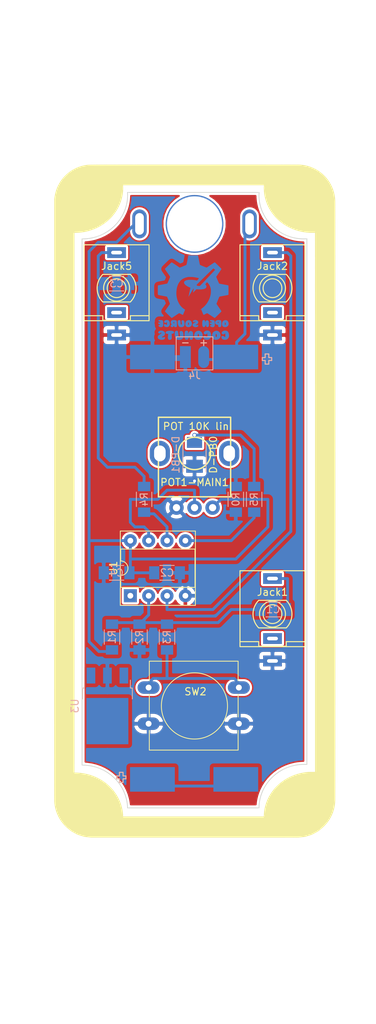
<source format=kicad_pcb>
(kicad_pcb (version 20171130) (host pcbnew 5.1.2-f72e74a~84~ubuntu16.04.1)
  (layers (0 F.Cu signal) (31 B.Cu signal) (34 B.Paste user) (35 F.Paste user) (36 B.SilkS user) (37 F.SilkS user) (38 B.Mask user) (39 F.Mask user) (44 Edge.Cuts user))
  (net 0 "")
  (net 1 AudioProg)
  (net 2 GND)
  (net 3 But-L)
  (net 4 PB2/A1)
  (net 5 PB1)
  (net 6 PB0)
  (net 7 +3V3)
  (net 8 CV1_IN)
  (net 9 "Net-(D-PB0-Pad2)")
  (net 10 "Net-(C1-Pad2)")
  (net 11 "Net-(C3-Pad1)")
  (net 12 VCC)
  (net 13 "Net-(BT1-Pad2)")
  (module 8Bit_YogyaNoise:BAT_Holder_AAA-new_noHole (layer B.Cu) (at 69.099 106.045 90)
    (fp_text reference BT1)
    (fp_text value Battery_Cell)
    (pad 1 smd rect (at 29.21 0.116 90) (size 3.4 6.2) (layers B.Cu B.Paste B.Mask) (net 7 +3V3))
    (pad 2 smd rect (at -29.21 0.116 90) (size 3.4 6.2) (layers B.Cu B.Paste B.Mask) (net 13 "Net-(BT1-Pad2)"))
  )
  (module 8Bit_YogyaNoise:BAT_Holder_AAA-new_noHole (layer B.Cu) (at 57.785 106.045 270)
    (fp_text reference BT2)
    (fp_text value Battery_Cell)
    (pad 1 smd rect (at 29.21 0.116 270) (size 3.4 6.2) (layers B.Cu B.Paste B.Mask) (net 13 "Net-(BT1-Pad2)"))
    (pad 2 smd rect (at -29.21 0.116 270) (size 3.4 6.2) (layers B.Cu B.Paste B.Mask) (net 2 GND))
  )
  (module 8Bit_YogyaNoise:NoiseBomb_logo (layer B.Cu) (at 63.5 83.82 180)
    (fp_text reference logo2 hide)
    (fp_text value COCONUT hide)
  )
  (module 8Bit_YogyaNoise:Push_SWITCH_hole (layer F.Cu) (at 63.5 58.42 270)
    (fp_text reference SW3)
    (fp_text value SW_Push)
    (pad "" thru_hole circle (at 0 0 270) (size 8 8) (drill 7.62) (layers *.Cu *.Mask) (clearance 0.01))
    (pad 2 thru_hole oval (at 0 7.62 270) (size 4 2) (drill oval 3 1.2) (layers *.Cu *.Mask) (net 12 VCC))
    (pad 1 thru_hole oval (at 0 -7.62 270) (size 4 2) (drill oval 3 1.2) (layers *.Cu *.Mask) (net 7 +3V3))
  )
  (module 8Bit_YogyaNoise:8Bit_YogyaNoise (layer F.Cu) (at 62.03 95.885)
    (fp_text reference board1 hide)
    (fp_text value SVG2SHENZHEN hide)
    (fp_line (start 17.028163 -35.405658) (end 17.028077 -35.405658) (layer Edge.Cuts) (width 0.1))
    (fp_line (start 17.028752 -35.407058) (end 17.028163 -35.405658) (layer Edge.Cuts) (width 0.1))
    (fp_line (start 17.028752 37.315745) (end 17.028752 -35.407058) (layer Edge.Cuts) (width 0.1))
    (fp_line (start 16.633736 37.296745) (end 17.028752 37.315745) (layer Edge.Cuts) (width 0.1))
    (fp_line (start 16.314758 37.304745) (end 16.633736 37.296745) (layer Edge.Cuts) (width 0.1))
    (fp_line (start 15.99992 37.328045) (end 16.314758 37.304745) (layer Edge.Cuts) (width 0.1))
    (fp_line (start 15.689604 37.366345) (end 15.99992 37.328045) (layer Edge.Cuts) (width 0.1))
    (fp_line (start 15.384199 37.419245) (end 15.689604 37.366345) (layer Edge.Cuts) (width 0.1))
    (fp_line (start 14.789666 37.567315) (end 15.384199 37.419245) (layer Edge.Cuts) (width 0.1))
    (fp_line (start 14.219416 37.769355) (end 14.789666 37.567315) (layer Edge.Cuts) (width 0.1))
    (fp_line (start 13.67654 38.022365) (end 14.219416 37.769355) (layer Edge.Cuts) (width 0.1))
    (fp_line (start 13.164134 38.323355) (end 13.67654 38.022365) (layer Edge.Cuts) (width 0.1))
    (fp_line (start 12.685287 38.669365) (end 13.164134 38.323355) (layer Edge.Cuts) (width 0.1))
    (fp_line (start 12.243098 39.057385) (end 12.685287 38.669365) (layer Edge.Cuts) (width 0.1))
    (fp_line (start 11.840655 39.484445) (end 12.243098 39.057385) (layer Edge.Cuts) (width 0.1))
    (fp_line (start 11.481053 39.947555) (end 11.840655 39.484445) (layer Edge.Cuts) (width 0.1))
    (fp_line (start 11.167387 40.443725) (end 11.481053 39.947555) (layer Edge.Cuts) (width 0.1))
    (fp_line (start 10.902748 40.969985) (end 11.167387 40.443725) (layer Edge.Cuts) (width 0.1))
    (fp_line (start 10.69023 41.523335) (end 10.902748 40.969985) (layer Edge.Cuts) (width 0.1))
    (fp_line (start 10.60448 41.809235) (end 10.69023 41.523335) (layer Edge.Cuts) (width 0.1))
    (fp_line (start 10.53292 42.100785) (end 10.60448 41.809235) (layer Edge.Cuts) (width 0.1))
    (fp_line (start 10.475939 42.397625) (end 10.53292 42.100785) (layer Edge.Cuts) (width 0.1))
    (fp_line (start 10.433919 42.699375) (end 10.475939 42.397625) (layer Edge.Cuts) (width 0.1))
    (fp_line (start 10.40725 43.005655) (end 10.433919 42.699375) (layer Edge.Cuts) (width 0.1))
    (fp_line (start 10.39632 43.316095) (end 10.40725 43.005655) (layer Edge.Cuts) (width 0.1))
    (fp_line (start -7.80346 43.316095) (end 10.39632 43.316095) (layer Edge.Cuts) (width 0.1))
    (fp_line (start -7.81951 43.009595) (end -7.80346 43.316095) (layer Edge.Cuts) (width 0.1))
    (fp_line (start -7.85087 42.707375) (end -7.81951 43.009595) (layer Edge.Cuts) (width 0.1))
    (fp_line (start -7.89716 42.409765) (end -7.85087 42.707375) (layer Edge.Cuts) (width 0.1))
    (fp_line (start -7.958001 42.117155) (end -7.89716 42.409765) (layer Edge.Cuts) (width 0.1))
    (fp_line (start -8.121819 41.548295) (end -7.958001 42.117155) (layer Edge.Cuts) (width 0.1))
    (fp_line (start -8.339316 41.003665) (end -8.121819 41.548295) (layer Edge.Cuts) (width 0.1))
    (fp_line (start -8.607474 40.486125) (end -8.339316 41.003665) (layer Edge.Cuts) (width 0.1))
    (fp_line (start -8.923277 39.998535) (end -8.607474 40.486125) (layer Edge.Cuts) (width 0.1))
    (fp_line (start -9.283704 39.543765) (end -8.923277 39.998535) (layer Edge.Cuts) (width 0.1))
    (fp_line (start -9.685743 39.124675) (end -9.283704 39.543765) (layer Edge.Cuts) (width 0.1))
    (fp_line (start -10.126375 38.744125) (end -9.685743 39.124675) (layer Edge.Cuts) (width 0.1))
    (fp_line (start -10.602581 38.404985) (end -10.126375 38.744125) (layer Edge.Cuts) (width 0.1))
    (fp_line (start -11.111346 38.110115) (end -10.602581 38.404985) (layer Edge.Cuts) (width 0.1))
    (fp_line (start -11.649652 37.862365) (end -11.111346 38.110115) (layer Edge.Cuts) (width 0.1))
    (fp_line (start -12.214484 37.664625) (end -11.649652 37.862365) (layer Edge.Cuts) (width 0.1))
    (fp_line (start -12.802822 37.519735) (end -12.214484 37.664625) (layer Edge.Cuts) (width 0.1))
    (fp_line (start -13.411649 37.430535) (end -12.802822 37.519735) (layer Edge.Cuts) (width 0.1))
    (fp_line (start -13.722804 37.407735) (end -13.411649 37.430535) (layer Edge.Cuts) (width 0.1))
    (fp_line (start -14.03795 37.399735) (end -13.722804 37.407735) (layer Edge.Cuts) (width 0.1))
    (fp_line (start -14.10622 37.402735) (end -14.03795 37.399735) (layer Edge.Cuts) (width 0.1))
    (fp_line (start -14.10622 -35.396149) (end -14.10622 37.402735) (layer Edge.Cuts) (width 0.1))
    (fp_line (start -14.03795 -35.392149) (end -14.10622 -35.396149) (layer Edge.Cuts) (width 0.1))
    (fp_line (start -13.716839 -35.400049) (end -14.03795 -35.392149) (layer Edge.Cuts) (width 0.1))
    (fp_line (start -13.399943 -35.423499) (end -13.716839 -35.400049) (layer Edge.Cuts) (width 0.1))
    (fp_line (start -13.087654 -35.462119) (end -13.399943 -35.423499) (layer Edge.Cuts) (width 0.1))
    (fp_line (start -12.780363 -35.515529) (end -13.087654 -35.462119) (layer Edge.Cuts) (width 0.1))
    (fp_line (start -12.478464 -35.583349) (end -12.780363 -35.515529) (layer Edge.Cuts) (width 0.1))
    (fp_line (start -12.182347 -35.665199) (end -12.478464 -35.583349) (layer Edge.Cuts) (width 0.1))
    (fp_line (start -11.609032 -35.869448) (end -12.182347 -35.665199) (layer Edge.Cuts) (width 0.1))
    (fp_line (start -11.063554 -36.125226) (end -11.609032 -35.869448) (layer Edge.Cuts) (width 0.1))
    (fp_line (start -10.54905 -36.429482) (end -11.063554 -36.125226) (layer Edge.Cuts) (width 0.1))
    (fp_line (start -10.068656 -36.779162) (end -10.54905 -36.429482) (layer Edge.Cuts) (width 0.1))
    (fp_line (start -9.625511 -37.171212) (end -10.068656 -36.779162) (layer Edge.Cuts) (width 0.1))
    (fp_line (start -9.222748 -37.60258) (end -9.625511 -37.171212) (layer Edge.Cuts) (width 0.1))
    (fp_line (start -8.863506 -38.070211) (end -9.222748 -37.60258) (layer Edge.Cuts) (width 0.1))
    (fp_line (start -8.550922 -38.571053) (end -8.863506 -38.070211) (layer Edge.Cuts) (width 0.1))
    (fp_line (start -8.288132 -39.102053) (end -8.550922 -38.571053) (layer Edge.Cuts) (width 0.1))
    (fp_line (start -8.176389 -39.377908) (end -8.288132 -39.102053) (layer Edge.Cuts) (width 0.1))
    (fp_line (start -8.078269 -39.660157) (end -8.176389 -39.377908) (layer Edge.Cuts) (width 0.1))
    (fp_line (start -7.994169 -39.948419) (end -8.078269 -39.660157) (layer Edge.Cuts) (width 0.1))
    (fp_line (start -7.92448 -40.242311) (end -7.994169 -39.948419) (layer Edge.Cuts) (width 0.1))
    (fp_line (start -7.86959 -40.541454) (end -7.92448 -40.242311) (layer Edge.Cuts) (width 0.1))
    (fp_line (start -7.82989 -40.845464) (end -7.86959 -40.541454) (layer Edge.Cuts) (width 0.1))
    (fp_line (start -7.805779 -41.15396) (end -7.82989 -40.845464) (layer Edge.Cuts) (width 0.1))
    (fp_line (start -7.797679 -41.46656) (end -7.805779 -41.15396) (layer Edge.Cuts) (width 0.1))
    (fp_line (start -7.810679 -41.81848) (end -7.797679 -41.46656) (layer Edge.Cuts) (width 0.1))
    (fp_line (start 10.411111 -41.81848) (end -7.810679 -41.81848) (layer Edge.Cuts) (width 0.1))
    (fp_line (start 10.39281 -41.46656) (end 10.411111 -41.81848) (layer Edge.Cuts) (width 0.1))
    (fp_line (start 10.40091 -41.153961) (end 10.39281 -41.46656) (layer Edge.Cuts) (width 0.1))
    (fp_line (start 10.42502 -40.845466) (end 10.40091 -41.153961) (layer Edge.Cuts) (width 0.1))
    (fp_line (start 10.464721 -40.541457) (end 10.42502 -40.845466) (layer Edge.Cuts) (width 0.1))
    (fp_line (start 10.519611 -40.242316) (end 10.464721 -40.541457) (layer Edge.Cuts) (width 0.1))
    (fp_line (start 10.589301 -39.948424) (end 10.519611 -40.242316) (layer Edge.Cuts) (width 0.1))
    (fp_line (start 10.673401 -39.660163) (end 10.589301 -39.948424) (layer Edge.Cuts) (width 0.1))
    (fp_line (start 10.77152 -39.377915) (end 10.673401 -39.660163) (layer Edge.Cuts) (width 0.1))
    (fp_line (start 10.883261 -39.102061) (end 10.77152 -39.377915) (layer Edge.Cuts) (width 0.1))
    (fp_line (start 11.14605 -38.571063) (end 10.883261 -39.102061) (layer Edge.Cuts) (width 0.1))
    (fp_line (start 11.458633 -38.070222) (end 11.14605 -38.571063) (layer Edge.Cuts) (width 0.1))
    (fp_line (start 11.817871 -37.602591) (end 11.458633 -38.070222) (layer Edge.Cuts) (width 0.1))
    (fp_line (start 12.220631 -37.171224) (end 11.817871 -37.602591) (layer Edge.Cuts) (width 0.1))
    (fp_line (start 12.663776 -36.779174) (end 12.220631 -37.171224) (layer Edge.Cuts) (width 0.1))
    (fp_line (start 13.144167 -36.429494) (end 12.663776 -36.779174) (layer Edge.Cuts) (width 0.1))
    (fp_line (start 13.658668 -36.125238) (end 13.144167 -36.429494) (layer Edge.Cuts) (width 0.1))
    (fp_line (start 14.204142 -35.869458) (end 13.658668 -36.125238) (layer Edge.Cuts) (width 0.1))
    (fp_line (start 14.777455 -35.665208) (end 14.204142 -35.869458) (layer Edge.Cuts) (width 0.1))
    (fp_line (start 15.07357 -35.583358) (end 14.777455 -35.665208) (layer Edge.Cuts) (width 0.1))
    (fp_line (start 15.375469 -35.515538) (end 15.07357 -35.583358) (layer Edge.Cuts) (width 0.1))
    (fp_line (start 15.682757 -35.462128) (end 15.375469 -35.515538) (layer Edge.Cuts) (width 0.1))
    (fp_line (start 15.995045 -35.423508) (end 15.682757 -35.462128) (layer Edge.Cuts) (width 0.1))
    (fp_line (start 16.311939 -35.400058) (end 15.995045 -35.423508) (layer Edge.Cuts) (width 0.1))
    (fp_line (start 16.63305 -35.392158) (end 16.311939 -35.400058) (layer Edge.Cuts) (width 0.1))
    (fp_line (start 17.028077 -35.405658) (end 16.63305 -35.392158) (layer Edge.Cuts) (width 0.1))
  )
  (module 8Bit_YogyaNoise:PJ301M-12_dusjagr_3d (layer F.Cu) (at 74.295 112.395)
    (fp_text reference Jack1 (at 0 -3.048) (layer F.SilkS))
    (fp_text value JACK_2P hide)
    (pad 3 thru_hole rect (at 0 6.48) (size 2.6 1.5) (drill oval 1.5 0.5) (layers *.Cu *.Mask) (net 2 GND))
    (pad 2 thru_hole rect (at 0 3.38) (size 2.6 1.5) (drill oval 1.5 0.5) (layers *.Cu *.Mask))
    (pad 1 thru_hole rect (at 0 -4.92) (size 2.6 1.5) (drill oval 1.5 0.5) (layers *.Cu *.Mask) (net 1 AudioProg))
  )
  (module 8Bit_YogyaNoise:PJ301M-12_dusjagr_3d (layer F.Cu) (at 74.295 67.31)
    (fp_text reference Jack2 (at 0 -3.048) (layer F.SilkS))
    (fp_text value JACK_2P hide)
    (pad 3 thru_hole rect (at 0 6.48) (size 2.6 1.5) (drill oval 1.5 0.5) (layers *.Cu *.Mask) (net 2 GND))
    (pad 2 thru_hole rect (at 0 3.38) (size 2.6 1.5) (drill oval 1.5 0.5) (layers *.Cu *.Mask))
    (pad 1 thru_hole rect (at 0 -4.92) (size 2.6 1.5) (drill oval 1.5 0.5) (layers *.Cu *.Mask) (net 8 CV1_IN))
  )
  (module 8Bit_YogyaNoise:PJ301M-12_dusjagr_3d (layer F.Cu) (at 52.705 67.31)
    (fp_text reference Jack5 (at 0 -3.048) (layer F.SilkS))
    (fp_text value JACK_2P hide)
    (pad 3 thru_hole rect (at 0 6.48) (size 2.6 1.5) (drill oval 1.5 0.5) (layers *.Cu *.Mask) (net 2 GND))
    (pad 2 thru_hole rect (at 0 3.38) (size 2.6 1.5) (drill oval 1.5 0.5) (layers *.Cu *.Mask))
    (pad 1 thru_hole rect (at 0 -4.92) (size 2.6 1.5) (drill oval 1.5 0.5) (layers *.Cu *.Mask) (net 11 "Net-(C3-Pad1)"))
  )
  (module 8Bit_YogyaNoise:C_1206_3d (layer B.Cu) (at 74.39 111.76 180)
    (fp_text reference C1 (at 0 0) (layer B.SilkS) (effects (justify mirror)))
    (fp_text value 100nF)
    (pad 2 smd rect (at 1.778 0 180) (size 1.4 1.8) (layers B.Cu B.Paste B.Mask) (net 10 "Net-(C1-Pad2)"))
    (pad 1 smd rect (at -1.778 0 180) (size 1.4 1.8) (layers B.Cu B.Paste B.Mask) (net 1 AudioProg))
  )
  (module 8Bit_YogyaNoise:C_1206_3d (layer B.Cu) (at 59.69 106.68)
    (fp_text reference C2 (at 0 0) (layer B.SilkS) (effects (justify mirror)))
    (fp_text value 100nF)
    (pad 2 smd rect (at 1.778 0) (size 1.4 1.8) (layers B.Cu B.Paste B.Mask) (net 2 GND))
    (pad 1 smd rect (at -1.778 0) (size 1.4 1.8) (layers B.Cu B.Paste B.Mask) (net 12 VCC))
  )
  (module 8Bit_YogyaNoise:C_1206_3d (layer B.Cu) (at 52.705 66.675)
    (fp_text reference C3 (at 0 0) (layer B.SilkS) (effects (justify mirror)))
    (fp_text value 100nF)
    (pad 2 smd rect (at 1.778 0) (size 1.4 1.8) (layers B.Cu B.Paste B.Mask) (net 2 GND))
    (pad 1 smd rect (at -1.778 0) (size 1.4 1.8) (layers B.Cu B.Paste B.Mask) (net 11 "Net-(C3-Pad1)"))
  )
  (module 8Bit_YogyaNoise:C_1206_3d (layer B.Cu) (at 52.705 106.68 180)
    (fp_text reference C4 (at 0 0) (layer B.SilkS) (effects (justify mirror)))
    (fp_text value 10uF)
    (pad 2 smd rect (at 1.778 0 180) (size 1.4 1.8) (layers B.Cu B.Paste B.Mask) (net 2 GND))
    (pad 1 smd rect (at -1.778 0 180) (size 1.4 1.8) (layers B.Cu B.Paste B.Mask) (net 12 VCC))
  )
  (module 8Bit_YogyaNoise:R_1206_3d (layer B.Cu) (at 52.07 115.57 90)
    (fp_text reference R1 (at 0 0 90) (layer B.SilkS) (effects (justify mirror)))
    (fp_text value 22k)
    (pad 2 smd rect (at 1.778 0 90) (size 1.3 1.7) (layers B.Cu B.Paste B.Mask) (net 10 "Net-(C1-Pad2)"))
    (pad 1 smd rect (at -1.778 0 90) (size 1.3 1.7) (layers B.Cu B.Paste B.Mask) (net 12 VCC))
  )
  (module 8Bit_YogyaNoise:R_1206_3d (layer B.Cu) (at 55.88 115.57 270)
    (fp_text reference R2 (at 0 0 90) (layer B.SilkS) (effects (justify mirror)))
    (fp_text value 22k)
    (pad 2 smd rect (at 1.778 0 270) (size 1.3 1.7) (layers B.Cu B.Paste B.Mask) (net 2 GND))
    (pad 1 smd rect (at -1.778 0 270) (size 1.3 1.7) (layers B.Cu B.Paste B.Mask) (net 10 "Net-(C1-Pad2)"))
  )
  (module 8Bit_YogyaNoise:R_1206_3d (layer B.Cu) (at 59.69 115.57 270)
    (fp_text reference R3 (at 0 0 90) (layer B.SilkS) (effects (justify mirror)))
    (fp_text value 22k)
    (pad 2 smd rect (at 1.778 0 270) (size 1.3 1.7) (layers B.Cu B.Paste B.Mask) (net 3 But-L))
    (pad 1 smd rect (at -1.778 0 270) (size 1.3 1.7) (layers B.Cu B.Paste B.Mask) (net 10 "Net-(C1-Pad2)"))
  )
  (module 8Bit_YogyaNoise:R_1206_3d (layer B.Cu) (at 56.515 96.52 270)
    (fp_text reference R4 (at 0 0 90) (layer B.SilkS) (effects (justify mirror)))
    (fp_text value 330)
    (pad 2 smd rect (at 1.778 0 270) (size 1.3 1.7) (layers B.Cu B.Paste B.Mask) (net 5 PB1))
    (pad 1 smd rect (at -1.778 0 270) (size 1.3 1.7) (layers B.Cu B.Paste B.Mask) (net 11 "Net-(C3-Pad1)"))
  )
  (module 8Bit_YogyaNoise:R_1206_3d (layer B.Cu) (at 71.755 96.52 90)
    (fp_text reference R5 (at 0 0 90) (layer B.SilkS) (effects (justify mirror)))
    (fp_text value 1K)
    (pad 2 smd rect (at 1.778 0 90) (size 1.3 1.7) (layers B.Cu B.Paste B.Mask) (net 9 "Net-(D-PB0-Pad2)"))
    (pad 1 smd rect (at -1.778 0 90) (size 1.3 1.7) (layers B.Cu B.Paste B.Mask) (net 6 PB0))
  )
  (module 8Bit_YogyaNoise:SW_PUSH-12mm_3D_new (layer F.Cu) (at 63.5 125.095)
    (fp_text reference SW2 (at 0.127 -1.9812) (layer F.SilkS))
    (fp_text value SW_Push)
    (pad 2 thru_hole oval (at -6.3627 2.46) (size 3.048 1.7272) (drill 0.8128) (layers *.Cu *.Mask) (net 2 GND))
    (pad 1 thru_hole oval (at -6.3627 -2.54) (size 3.048 1.7272) (drill 0.8128) (layers *.Cu *.Mask) (net 3 But-L))
    (pad 2 thru_hole oval (at 6.1373 2.46) (size 3.048 1.7272) (drill 0.8128) (layers *.Cu *.Mask) (net 2 GND))
    (pad 1 thru_hole oval (at 6.1373 -2.54) (size 3.048 1.7272) (drill 0.8128) (layers *.Cu *.Mask) (net 3 But-L))
  )
  (module 8Bit_YogyaNoise:LED_PLCC_2835_Handsoldering (layer F.Cu) (at 63.5 90.17 90)
    (fp_text reference D-PB0 (at -0.18 2.6 270) (layer F.SilkS))
    (fp_text value LED)
    (pad 1 smd rect (at -1.778 0 270) (size 1.8 2.3) (layers F.Cu F.Paste F.Mask) (net 2 GND))
    (pad 2 smd rect (at 1.524 0 270) (size 1.5 2.1) (layers F.Cu F.Paste F.Mask) (net 9 "Net-(D-PB0-Pad2)"))
  )
  (module 8Bit_YogyaNoise:Bat_connector_SMD (layer B.Cu) (at 62.23 76.835)
    (fp_text reference J4 (at 1.27 2.54) (layer B.SilkS) (effects (justify mirror)))
    (fp_text value Con_3-5V)
    (fp_text user + (at 2.54 -2.032) (layer B.SilkS) (effects (justify mirror)))
    (fp_text user - (at 0 -2.032) (layer B.SilkS) (effects (justify mirror)))
    (pad 1 smd rect (at 0 0) (size 1.51 3.01) (layers B.Cu B.Paste B.Mask) (net 2 GND))
    (pad 2 smd oval (at 2.54 0) (size 1.51 3.01) (layers B.Cu B.Paste B.Mask) (net 7 +3V3))
  )
  (module 8Bit_YogyaNoise:RD901F-ALPHA-3D (layer F.Cu) (at 63.5 90.17)
    (fp_text reference POT1-MAIN1 (at 0 4) (layer F.SilkS))
    (fp_text value "POT 10K lin" (at 0.2015 -3.748) (layer F.SilkS))
    (pad "" thru_hole oval (at 4.8 0) (size 2.8 3.5) (drill oval 1.6 2.2) (layers *.Cu *.Mask))
    (pad "" thru_hole oval (at -4.8 0) (size 2.8 3.5) (drill oval 1.6 2.2) (layers *.Cu *.Mask))
    (pad 3 thru_hole circle (at 2.5 7.5) (size 2 2) (drill 1) (layers *.Cu *.Mask) (net 12 VCC))
    (pad 2 thru_hole circle (at 0 7.5) (size 2 2) (drill 1) (layers *.Cu *.Mask) (net 4 PB2/A1))
    (pad 1 thru_hole circle (at -2.5 7.5) (size 2 2) (drill 1) (layers *.Cu *.Mask) (net 2 GND))
  )
  (module 8Bit_YogyaNoise:DIP-8_Attiny_with_Socket_3d (layer F.Cu) (at 54.61 109.855 90)
    (fp_text reference U1 (at 3.81 -2.33 90) (layer F.SilkS))
    (fp_text value ATTINY85-20SU)
    (pad 1 thru_hole rect (at 0 0 90) (size 1.8 1.8) (drill 0.8) (layers *.Cu *.Mask))
    (pad 5 thru_hole oval (at 7.62 7.62 90) (size 1.8 1.8) (drill 0.8) (layers *.Cu *.Mask) (net 6 PB0))
    (pad 2 thru_hole oval (at 0 2.54 90) (size 1.8 1.8) (drill 0.8) (layers *.Cu *.Mask) (net 10 "Net-(C1-Pad2)"))
    (pad 6 thru_hole oval (at 7.62 5.08 90) (size 1.8 1.8) (drill 0.8) (layers *.Cu *.Mask) (net 5 PB1))
    (pad 3 thru_hole oval (at 0 5.08 90) (size 1.8 1.8) (drill 0.8) (layers *.Cu *.Mask) (net 8 CV1_IN))
    (pad 7 thru_hole oval (at 7.62 2.54 90) (size 1.8 1.8) (drill 0.8) (layers *.Cu *.Mask) (net 4 PB2/A1))
    (pad 4 thru_hole oval (at 0 7.62 90) (size 1.8 1.8) (drill 0.8) (layers *.Cu *.Mask) (net 2 GND))
    (pad 8 thru_hole oval (at 7.62 0 90) (size 1.8 1.8) (drill 0.8) (layers *.Cu *.Mask) (net 12 VCC))
  )
  (module 8Bit_YogyaNoise:LED_PLCC_2835_Handsoldering (layer B.Cu) (at 63.5 90.17 90)
    (fp_text reference D-PB1 (at -0.18 -2.6 -90) (layer B.SilkS) (effects (justify mirror)))
    (fp_text value LED)
    (pad 1 smd rect (at -1.778 0 270) (size 1.8 2.3) (layers B.Cu B.Paste B.Mask) (net 2 GND))
    (pad 2 smd rect (at 1.524 0 270) (size 1.5 2.1) (layers B.Cu B.Paste B.Mask) (net 9 "Net-(D-PB0-Pad2)"))
  )
  (module 8Bit_YogyaNoise:Coconut_logo (layer B.Cu) (at 63.5 68.58 180)
    (fp_text reference logo1 hide)
    (fp_text value COCONUT hide)
    (fp_poly (pts (xy -2.982066 -4.627408) (xy -2.903628 -4.641946) (xy -2.806142 -4.675214) (xy -2.715669 -4.721059) (xy -2.637013 -4.776203) (xy -2.57498 -4.83737) (xy -2.539678 -4.890131) (xy -2.496733 -4.985502) (xy -2.461483 -5.086078) (xy -2.435462 -5.185703) (xy -2.420206 -5.278218) (xy -2.417249 -5.35747) (xy -2.4187 -5.375278) (xy -2.431618 -5.451164) (xy -2.452295 -5.529048) (xy -2.478211 -5.601593) (xy -2.50684 -5.661462) (xy -2.527911 -5.692835) (xy -2.603975 -5.765175) (xy -2.696612 -5.81917) (xy -2.804327 -5.85433) (xy -2.925627 -5.870163) (xy -3.056229 -5.866457) (xy -3.182555 -5.842946) (xy -3.294272 -5.799943) (xy -3.390392 -5.739399) (xy -3.469924 -5.663263) (xy -3.531878 -5.573484) (xy -3.575265 -5.472011) (xy -3.599096 -5.360796) (xy -3.601428 -5.276227) (xy -3.096253 -5.276227) (xy -3.095773 -5.348474) (xy -3.083714 -5.408474) (xy -3.08094 -5.41566) (xy -3.054579 -5.457135) (xy -3.020692 -5.481019) (xy -2.984678 -5.485828) (xy -2.951939 -5.470081) (xy -2.938881 -5.454646) (xy -2.922412 -5.412828) (xy -2.913337 -5.353841) (xy -2.911455 -5.284758) (xy -2.916566 -5.212649) (xy -2.92847 -5.144585) (xy -2.946966 -5.087636) (xy -2.949428 -5.082285) (xy -2.973247 -5.052674) (xy -3.002169 -5.04504) (xy -3.030216 -5.060152) (xy -3.03863 -5.070822) (xy -3.066641 -5.128921) (xy -3.086195 -5.200216) (xy -3.096253 -5.276227) (xy -3.601428 -5.276227) (xy -3.602379 -5.241786) (xy -3.584127 -5.116931) (xy -3.543347 -4.988181) (xy -3.524398 -4.944347) (xy -3.464615 -4.842595) (xy -3.388927 -4.75863) (xy -3.300082 -4.693791) (xy -3.200826 -4.649416) (xy -3.093905 -4.626842) (xy -2.982066 -4.627408)) (layer B.Cu) (width 0.01))
    (fp_poly (pts (xy -0.445712 -4.636839) (xy -0.328408 -4.673331) (xy -0.211513 -4.734542) (xy -0.194649 -4.745467) (xy -0.139231 -4.789507) (xy -0.092411 -4.843965) (xy -0.051467 -4.913072) (xy -0.013674 -5.001057) (xy 0.006274 -5.057582) (xy 0.040262 -5.175483) (xy 0.057882 -5.280233) (xy 0.059177 -5.378069) (xy 0.044188 -5.47523) (xy 0.012957 -5.577951) (xy 0.009835 -5.586391) (xy -0.035718 -5.673425) (xy -0.100744 -5.745764) (xy -0.183406 -5.802536) (xy -0.281869 -5.842866) (xy -0.394296 -5.865884) (xy -0.518852 -5.870717) (xy -0.579886 -5.866577) (xy -0.706694 -5.842574) (xy -0.819408 -5.798407) (xy -0.9166 -5.735891) (xy -0.996837 -5.65684) (xy -1.05869 -5.563068) (xy -1.100729 -5.456391) (xy -1.121522 -5.338622) (xy -1.121044 -5.306343) (xy -0.615716 -5.306343) (xy -0.612169 -5.366001) (xy -0.602906 -5.414377) (xy -0.592569 -5.438031) (xy -0.558619 -5.471925) (xy -0.519898 -5.484787) (xy -0.482022 -5.475686) (xy -0.462344 -5.459636) (xy -0.451258 -5.443823) (xy -0.444108 -5.422262) (xy -0.440088 -5.389556) (xy -0.43839 -5.340312) (xy -0.43815 -5.297711) (xy -0.441772 -5.207407) (xy -0.451988 -5.135619) (xy -0.467829 -5.083355) (xy -0.488323 -5.051625) (xy -0.512499 -5.041437) (xy -0.539387 -5.053802) (xy -0.568016 -5.089727) (xy -0.592169 -5.137614) (xy -0.605706 -5.184357) (xy -0.613559 -5.243198) (xy -0.615716 -5.306343) (xy -1.121044 -5.306343) (xy -1.11964 -5.211577) (xy -1.116505 -5.185853) (xy -1.088694 -5.055845) (xy -1.044036 -4.939418) (xy -0.983918 -4.838736) (xy -0.909726 -4.755964) (xy -0.822844 -4.693263) (xy -0.790428 -4.676795) (xy -0.677687 -4.63846) (xy -0.56246 -4.625179) (xy -0.445712 -4.636839)) (layer B.Cu) (width 0.01))
    (fp_poly (pts (xy 2.520979 -4.623205) (xy 2.580478 -4.642533) (xy 2.632786 -4.676618) (xy 2.682644 -4.722098) (xy 2.720561 -4.769985) (xy 2.727078 -4.781312) (xy 2.736623 -4.814365) (xy 2.742933 -4.867289) (xy 2.746029 -4.934767) (xy 2.745932 -5.011479) (xy 2.742662 -5.092105) (xy 2.736239 -5.171328) (xy 2.726683 -5.243828) (xy 2.725278 -5.252104) (xy 2.706272 -5.341412) (xy 2.680325 -5.436216) (xy 2.650224 -5.52764) (xy 2.618757 -5.606805) (xy 2.604475 -5.636887) (xy 2.552143 -5.715803) (xy 2.482554 -5.786281) (xy 2.410312 -5.836461) (xy 2.381102 -5.851808) (xy 2.354985 -5.862339) (xy 2.326052 -5.869071) (xy 2.288393 -5.87302) (xy 2.236097 -5.875202) (xy 2.17805 -5.876386) (xy 2.072477 -5.87574) (xy 1.99032 -5.869752) (xy 1.938566 -5.860576) (xy 1.824206 -5.821123) (xy 1.727639 -5.764893) (xy 1.649864 -5.692845) (xy 1.591879 -5.605936) (xy 1.554685 -5.505123) (xy 1.550979 -5.488949) (xy 1.54017 -5.410784) (xy 1.535927 -5.315388) (xy 1.537775 -5.209938) (xy 1.545242 -5.10161) (xy 1.557853 -4.997579) (xy 1.575134 -4.905019) (xy 1.593921 -4.838497) (xy 1.630937 -4.767802) (xy 1.683868 -4.712945) (xy 1.748295 -4.675205) (xy 1.819799 -4.655862) (xy 1.893961 -4.656195) (xy 1.966363 -4.677484) (xy 2.0243 -4.713897) (xy 2.051779 -4.7391) (xy 2.065318 -4.762542) (xy 2.069735 -4.795128) (xy 2.07003 -4.817399) (xy 2.0675 -4.855413) (xy 2.060653 -4.910934) (xy 2.050521 -4.976638) (xy 2.038134 -5.045201) (xy 2.037537 -5.04825) (xy 2.024895 -5.117967) (xy 2.01433 -5.186329) (xy 2.006933 -5.245558) (xy 2.003799 -5.287877) (xy 2.003789 -5.288427) (xy 2.004393 -5.33263) (xy 2.010032 -5.360405) (xy 2.023519 -5.380624) (xy 2.03699 -5.393202) (xy 2.082575 -5.418097) (xy 2.130847 -5.419794) (xy 2.168946 -5.403079) (xy 2.19711 -5.377764) (xy 2.216429 -5.344978) (xy 2.228281 -5.300022) (xy 2.234044 -5.238197) (xy 2.2352 -5.177142) (xy 2.237501 -5.108036) (xy 2.243831 -5.030113) (xy 2.253326 -4.949154) (xy 2.265121 -4.870939) (xy 2.278356 -4.801247) (xy 2.292165 -4.745858) (xy 2.30458 -4.712607) (xy 2.341215 -4.66763) (xy 2.393699 -4.636669) (xy 2.455724 -4.621327) (xy 2.520979 -4.623205)) (layer B.Cu) (width 0.01))
    (fp_poly (pts (xy 3.4544 -4.626497) (xy 3.536641 -4.629895) (xy 3.600028 -4.634292) (xy 3.651103 -4.64057) (xy 3.696411 -4.649608) (xy 3.742497 -4.662287) (xy 3.7592 -4.667486) (xy 3.830021 -4.691002) (xy 3.880865 -4.710918) (xy 3.916395 -4.729788) (xy 3.941277 -4.750165) (xy 3.960176 -4.774603) (xy 3.962914 -4.778991) (xy 3.979601 -4.822287) (xy 3.987324 -4.875941) (xy 3.985414 -4.928669) (xy 3.974077 -4.96761) (xy 3.95356 -4.990644) (xy 3.9172 -5.009657) (xy 3.861982 -5.02575) (xy 3.784892 -5.040025) (xy 3.769536 -5.04233) (xy 3.718279 -5.05051) (xy 3.676265 -5.058493) (xy 3.650155 -5.064963) (xy 3.645706 -5.066801) (xy 3.641754 -5.081065) (xy 3.642605 -5.116719) (xy 3.648347 -5.17479) (xy 3.659063 -5.2563) (xy 3.664903 -5.296652) (xy 3.676956 -5.380738) (xy 3.685051 -5.445076) (xy 3.689503 -5.494957) (xy 3.690628 -5.535671) (xy 3.688741 -5.572508) (xy 3.684156 -5.610758) (xy 3.683775 -5.6134) (xy 3.664502 -5.701416) (xy 3.635252 -5.774527) (xy 3.597845 -5.828701) (xy 3.578673 -5.845949) (xy 3.537039 -5.86478) (xy 3.478995 -5.874677) (xy 3.412161 -5.874927) (xy 3.353886 -5.866971) (xy 3.278287 -5.841461) (xy 3.221031 -5.79959) (xy 3.181288 -5.740283) (xy 3.158226 -5.662464) (xy 3.152007 -5.605657) (xy 3.151249 -5.564563) (xy 3.152208 -5.506713) (xy 3.154589 -5.43735) (xy 3.158092 -5.361717) (xy 3.162422 -5.285058) (xy 3.167282 -5.212615) (xy 3.172373 -5.149633) (xy 3.177399 -5.101354) (xy 3.182062 -5.073021) (xy 3.18223 -5.072402) (xy 3.18414 -5.058104) (xy 3.17664 -5.049192) (xy 3.154706 -5.043445) (xy 3.113313 -5.038638) (xy 3.103889 -5.037746) (xy 3.025587 -5.023567) (xy 2.9564 -4.997906) (xy 2.902377 -4.963432) (xy 2.878988 -4.938575) (xy 2.86203 -4.904241) (xy 2.850068 -4.860525) (xy 2.848393 -4.849091) (xy 2.852433 -4.794491) (xy 2.878588 -4.748731) (xy 2.92782 -4.710632) (xy 2.981852 -4.685854) (xy 3.067619 -4.657973) (xy 3.155681 -4.639007) (xy 3.252054 -4.6282) (xy 3.36275 -4.624797) (xy 3.4544 -4.626497)) (layer B.Cu) (width 0.01))
    (fp_poly (pts (xy 4.655666 -4.600936) (xy 4.738815 -4.609606) (xy 4.808812 -4.626087) (xy 4.810818 -4.626773) (xy 4.871973 -4.654257) (xy 4.928798 -4.691146) (xy 4.977359 -4.733523) (xy 5.013721 -4.777473) (xy 5.033949 -4.819077) (xy 5.035368 -4.850296) (xy 5.015234 -4.894159) (xy 4.980579 -4.938541) (xy 4.939406 -4.974614) (xy 4.907333 -4.991501) (xy 4.858018 -5.000006) (xy 4.808824 -4.995747) (xy 4.765993 -4.980884) (xy 4.73577 -4.95758) (xy 4.7244 -4.928171) (xy 4.713366 -4.89743) (xy 4.683259 -4.879713) (xy 4.659267 -4.8768) (xy 4.618708 -4.886884) (xy 4.593257 -4.913224) (xy 4.585546 -4.94995) (xy 4.598209 -4.991193) (xy 4.60392 -5.000189) (xy 4.62205 -5.016711) (xy 4.657589 -5.041901) (xy 4.705549 -5.072444) (xy 4.760942 -5.105026) (xy 4.765845 -5.10779) (xy 4.861197 -5.166289) (xy 4.942747 -5.226313) (xy 5.007906 -5.285511) (xy 5.054086 -5.341532) (xy 5.078655 -5.391875) (xy 5.090648 -5.46006) (xy 5.091759 -5.531603) (xy 5.082405 -5.596864) (xy 5.068048 -5.637333) (xy 5.019972 -5.70406) (xy 4.947884 -5.76303) (xy 4.852002 -5.814095) (xy 4.745287 -5.853253) (xy 4.635887 -5.875016) (xy 4.516042 -5.877182) (xy 4.3942 -5.860204) (xy 4.318232 -5.838918) (xy 4.247362 -5.810196) (xy 4.187277 -5.776965) (xy 4.143665 -5.742151) (xy 4.128974 -5.723735) (xy 4.099802 -5.661996) (xy 4.088148 -5.602831) (xy 4.093713 -5.550708) (xy 4.116197 -5.510098) (xy 4.144674 -5.489565) (xy 4.164626 -5.483145) (xy 4.18764 -5.483297) (xy 4.220048 -5.491069) (xy 4.268186 -5.507511) (xy 4.280709 -5.512098) (xy 4.363764 -5.538342) (xy 4.428632 -5.548782) (xy 4.476937 -5.543508) (xy 4.508211 -5.524788) (xy 4.524417 -5.500554) (xy 4.526423 -5.481693) (xy 4.513061 -5.469145) (xy 4.481631 -5.448) (xy 4.436729 -5.421135) (xy 4.382947 -5.39143) (xy 4.378991 -5.38933) (xy 4.297259 -5.343091) (xy 4.235003 -5.299896) (xy 4.187441 -5.255257) (xy 4.149791 -5.204686) (xy 4.117279 -5.14371) (xy 4.091587 -5.065444) (xy 4.083872 -4.984338) (xy 4.094386 -4.908234) (xy 4.108464 -4.87045) (xy 4.154935 -4.800399) (xy 4.221788 -4.735889) (xy 4.304104 -4.680258) (xy 4.39696 -4.636844) (xy 4.493288 -4.609398) (xy 4.57021 -4.600669) (xy 4.655666 -4.600936)) (layer B.Cu) (width 0.01))
    (fp_poly (pts (xy -4.110767 -4.611552) (xy -4.035122 -4.629322) (xy -4.022315 -4.634012) (xy -3.926478 -4.683167) (xy -3.847053 -4.747404) (xy -3.804643 -4.797966) (xy -3.773048 -4.861801) (xy -3.764026 -4.926502) (xy -3.775451 -4.987916) (xy -3.8052 -5.041891) (xy -3.851151 -5.084275) (xy -3.911178 -5.110914) (xy -3.968351 -5.1181) (xy -4.037141 -5.109194) (xy -4.102134 -5.084861) (xy -4.156481 -5.048672) (xy -4.193331 -5.004201) (xy -4.195763 -4.999491) (xy -4.212528 -4.970622) (xy -4.226359 -4.960205) (xy -4.237754 -4.969503) (xy -4.247214 -4.999776) (xy -4.25524 -5.052288) (xy -4.26233 -5.128299) (xy -4.265716 -5.176047) (xy -4.270927 -5.278495) (xy -4.271199 -5.357826) (xy -4.266107 -5.415916) (xy -4.255225 -5.454644) (xy -4.23813 -5.475886) (xy -4.214397 -5.481521) (xy -4.19735 -5.478356) (xy -4.17564 -5.468419) (xy -4.139075 -5.448158) (xy -4.094035 -5.421184) (xy -4.072809 -5.407885) (xy -4.024055 -5.378078) (xy -3.97889 -5.352517) (xy -3.944643 -5.335277) (xy -3.935635 -5.33162) (xy -3.88776 -5.326173) (xy -3.833346 -5.336501) (xy -3.783033 -5.35967) (xy -3.756925 -5.380906) (xy -3.741513 -5.400692) (xy -3.732587 -5.423978) (xy -3.72848 -5.458071) (xy -3.727521 -5.509682) (xy -3.735639 -5.600773) (xy -3.761081 -5.675855) (xy -3.805693 -5.737475) (xy -3.871325 -5.788179) (xy -3.959822 -5.830512) (xy -3.960561 -5.830798) (xy -4.024015 -5.848261) (xy -4.103519 -5.859758) (xy -4.19077 -5.865052) (xy -4.277469 -5.863905) (xy -4.355312 -5.85608) (xy -4.409386 -5.84365) (xy -4.507885 -5.798152) (xy -4.594806 -5.731999) (xy -4.667514 -5.648309) (xy -4.723376 -5.550201) (xy -4.75976 -5.440793) (xy -4.763144 -5.424781) (xy -4.771845 -5.347383) (xy -4.771919 -5.253659) (xy -4.763727 -5.151042) (xy -4.747626 -5.046964) (xy -4.744032 -5.0292) (xy -4.708967 -4.910219) (xy -4.657867 -4.808998) (xy -4.591556 -4.726643) (xy -4.510858 -4.664264) (xy -4.450708 -4.634806) (xy -4.378149 -4.614876) (xy -4.291296 -4.604346) (xy -4.199164 -4.603232) (xy -4.110767 -4.611552)) (layer B.Cu) (width 0.01))
    (fp_poly (pts (xy -1.695048 -4.602759) (xy -1.597711 -4.620267) (xy -1.508121 -4.65189) (xy -1.429358 -4.695664) (xy -1.364503 -4.749626) (xy -1.316638 -4.811814) (xy -1.288842 -4.880264) (xy -1.282979 -4.928896) (xy -1.294293 -4.982905) (xy -1.326102 -5.036427) (xy -1.374255 -5.08283) (xy -1.383306 -5.089222) (xy -1.438622 -5.112352) (xy -1.503129 -5.117576) (xy -1.570166 -5.106701) (xy -1.633075 -5.081533) (xy -1.685195 -5.043879) (xy -1.718615 -4.998263) (xy -1.73424 -4.968677) (xy -1.745743 -4.959106) (xy -1.758161 -4.965873) (xy -1.760229 -4.967886) (xy -1.767487 -4.981223) (xy -1.773329 -5.007108) (xy -1.778075 -5.048565) (xy -1.782048 -5.108621) (xy -1.785569 -5.190304) (xy -1.786406 -5.214143) (xy -1.789024 -5.295583) (xy -1.790356 -5.355458) (xy -1.790135 -5.397586) (xy -1.788092 -5.425782) (xy -1.783958 -5.443861) (xy -1.777466 -5.455639) (xy -1.768792 -5.464535) (xy -1.750363 -5.476208) (xy -1.72833 -5.478453) (xy -1.698893 -5.469961) (xy -1.658255 -5.449419) (xy -1.602615 -5.415516) (xy -1.5748 -5.397591) (xy -1.527835 -5.368514) (xy -1.485077 -5.344654) (xy -1.453609 -5.329875) (xy -1.446331 -5.327503) (xy -1.394387 -5.32614) (xy -1.339063 -5.342408) (xy -1.290788 -5.37262) (xy -1.275804 -5.387765) (xy -1.258342 -5.410551) (xy -1.248679 -5.432084) (xy -1.245172 -5.460239) (xy -1.246178 -5.50289) (xy -1.247373 -5.524051) (xy -1.261855 -5.618306) (xy -1.293957 -5.695063) (xy -1.34526 -5.756413) (xy -1.417342 -5.804447) (xy -1.478881 -5.830517) (xy -1.533395 -5.844664) (xy -1.603038 -5.855295) (xy -1.680589 -5.862079) (xy -1.758829 -5.864686) (xy -1.830538 -5.862783) (xy -1.888498 -5.856042) (xy -1.91135 -5.850335) (xy -2.018977 -5.801841) (xy -2.111678 -5.733766) (xy -2.187595 -5.648311) (xy -2.24487 -5.547678) (xy -2.281644 -5.434066) (xy -2.287175 -5.405332) (xy -2.295517 -5.299341) (xy -2.28818 -5.174574) (xy -2.265233 -5.032185) (xy -2.264834 -5.030234) (xy -2.230255 -4.909569) (xy -2.179963 -4.808845) (xy -2.113841 -4.727955) (xy -2.031774 -4.666793) (xy -1.933646 -4.625253) (xy -1.81934 -4.603228) (xy -1.79705 -4.601328) (xy -1.695048 -4.602759)) (layer B.Cu) (width 0.01))
    (fp_poly (pts (xy 1.184668 -4.630198) (xy 1.248771 -4.653467) (xy 1.298016 -4.694215) (xy 1.329089 -4.741061) (xy 1.343412 -4.782186) (xy 1.355886 -4.844215) (xy 1.366323 -4.922706) (xy 1.374536 -5.013218) (xy 1.380337 -5.11131) (xy 1.383539 -5.212538) (xy 1.383955 -5.312463) (xy 1.381396 -5.406642) (xy 1.375676 -5.490634) (xy 1.366608 -5.559996) (xy 1.364184 -5.57266) (xy 1.339596 -5.662239) (xy 1.306358 -5.737943) (xy 1.266645 -5.795467) (xy 1.238897 -5.820709) (xy 1.215261 -5.834694) (xy 1.18791 -5.843088) (xy 1.149771 -5.847202) (xy 1.093773 -5.848347) (xy 1.08973 -5.84835) (xy 1.036167 -5.847936) (xy 1.000925 -5.845365) (xy 0.976928 -5.838644) (xy 0.957098 -5.82578) (xy 0.934357 -5.804779) (xy 0.934078 -5.804508) (xy 0.892925 -5.756343) (xy 0.845956 -5.686755) (xy 0.7949 -5.598575) (xy 0.741485 -5.494635) (xy 0.728769 -5.468211) (xy 0.705066 -5.420347) (xy 0.689367 -5.393056) (xy 0.682344 -5.38738) (xy 0.683085 -5.3975) (xy 0.686939 -5.429132) (xy 0.689979 -5.478311) (xy 0.691804 -5.537185) (xy 0.69215 -5.5753) (xy 0.691228 -5.640815) (xy 0.687837 -5.687619) (xy 0.681032 -5.722351) (xy 0.669872 -5.751654) (xy 0.666014 -5.75945) (xy 0.626905 -5.809365) (xy 0.571801 -5.844702) (xy 0.506764 -5.86348) (xy 0.437856 -5.863715) (xy 0.38735 -5.850558) (xy 0.335095 -5.826826) (xy 0.299149 -5.800514) (xy 0.270804 -5.764632) (xy 0.261746 -5.749691) (xy 0.242373 -5.711442) (xy 0.227447 -5.669348) (xy 0.216584 -5.619946) (xy 0.209396 -5.55977) (xy 0.205499 -5.485357) (xy 0.204505 -5.393242) (xy 0.206029 -5.279962) (xy 0.206597 -5.254692) (xy 0.210732 -5.1288) (xy 0.217258 -5.02537) (xy 0.227145 -4.941501) (xy 0.241361 -4.874295) (xy 0.260875 -4.820851) (xy 0.286657 -4.778271) (xy 0.319674 -4.743656) (xy 0.360895 -4.714105) (xy 0.393341 -4.695825) (xy 0.469518 -4.667049) (xy 0.545541 -4.658649) (xy 0.616134 -4.670594) (xy 0.668917 -4.69743) (xy 0.702893 -4.727869) (xy 0.740541 -4.770295) (xy 0.768868 -4.808555) (xy 0.792081 -4.84711) (xy 0.818901 -4.897154) (xy 0.846678 -4.953009) (xy 0.872764 -5.009) (xy 0.89451 -5.059449) (xy 0.909267 -5.098681) (xy 0.9144 -5.120421) (xy 0.918632 -5.129757) (xy 0.921119 -5.128313) (xy 0.922068 -5.11363) (xy 0.918919 -5.080044) (xy 0.912321 -5.033604) (xy 0.908419 -5.010233) (xy 0.893964 -4.906649) (xy 0.889598 -4.820829) (xy 0.895311 -4.754658) (xy 0.910081 -4.711681) (xy 0.951224 -4.666314) (xy 1.010398 -4.636347) (xy 1.084385 -4.623264) (xy 1.102627 -4.6228) (xy 1.184668 -4.630198)) (layer B.Cu) (width 0.01))
    (fp_poly (pts (xy -2.24246 -3.143578) (xy -2.2163 -3.146472) (xy -2.21615 -3.146515) (xy -2.174657 -3.169517) (xy -2.153176 -3.205463) (xy -2.154027 -3.249671) (xy -2.158527 -3.262756) (xy -2.182896 -3.299762) (xy -2.222605 -3.325201) (xy -2.281661 -3.341324) (xy -2.304361 -3.344763) (xy -2.349442 -3.353666) (xy -2.374637 -3.369269) (xy -2.385439 -3.397263) (xy -2.387406 -3.430816) (xy -2.381381 -3.468437) (xy -2.364316 -3.485628) (xy -2.338321 -3.480431) (xy -2.335649 -3.478819) (xy -2.31355 -3.472482) (xy -2.275841 -3.468283) (xy -2.246438 -3.467294) (xy -2.18185 -3.474369) (xy -2.137046 -3.495624) (xy -2.112865 -3.530492) (xy -2.108604 -3.560096) (xy -2.11371 -3.595437) (xy -2.124704 -3.621067) (xy -2.166208 -3.657942) (xy -2.222109 -3.684348) (xy -2.282058 -3.69555) (xy -2.287762 -3.695652) (xy -2.323842 -3.696807) (xy -2.342353 -3.703713) (xy -2.351123 -3.721647) (xy -2.355193 -3.741112) (xy -2.357315 -3.782815) (xy -2.342851 -3.8084) (xy -2.309084 -3.820619) (xy -2.274571 -3.8227) (xy -2.216497 -3.829408) (xy -2.179032 -3.850087) (xy -2.161046 -3.885571) (xy -2.159 -3.907946) (xy -2.17099 -3.960042) (xy -2.204298 -4.008087) (xy -2.254932 -4.050167) (xy -2.318901 -4.084365) (xy -2.392212 -4.108768) (xy -2.470873 -4.121459) (xy -2.550893 -4.120524) (xy -2.58952 -4.114484) (xy -2.654407 -4.093584) (xy -2.706659 -4.059654) (xy -2.746993 -4.010935) (xy -2.776127 -3.945672) (xy -2.794779 -3.862105) (xy -2.803666 -3.758478) (xy -2.803504 -3.633032) (xy -2.801952 -3.5941) (xy -2.793941 -3.471219) (xy -2.782284 -3.371859) (xy -2.766526 -3.294341) (xy -2.746213 -3.236988) (xy -2.720891 -3.198122) (xy -2.690104 -3.176063) (xy -2.688554 -3.175427) (xy -2.661911 -3.16929) (xy -2.615775 -3.163086) (xy -2.555733 -3.157155) (xy -2.48737 -3.15184) (xy -2.416275 -3.147483) (xy -2.348034 -3.144426) (xy -2.288233 -3.14301) (xy -2.24246 -3.143578)) (layer B.Cu) (width 0.01))
    (fp_poly (pts (xy -0.053321 -3.128346) (xy 0.03116 -3.144756) (xy 0.10645 -3.176459) (xy 0.16835 -3.223117) (xy 0.205499 -3.271142) (xy 0.219323 -3.297912) (xy 0.220712 -3.318165) (xy 0.209576 -3.344617) (xy 0.204921 -3.353506) (xy 0.177558 -3.389438) (xy 0.141301 -3.419353) (xy 0.136858 -3.421939) (xy 0.10359 -3.43721) (xy 0.075078 -3.439445) (xy 0.040803 -3.43131) (xy 0.002573 -3.414713) (xy -0.018589 -3.390018) (xy -0.023551 -3.378046) (xy -0.043517 -3.349318) (xy -0.071471 -3.339148) (xy -0.099748 -3.346088) (xy -0.120685 -3.368692) (xy -0.127 -3.397576) (xy -0.121331 -3.420622) (xy -0.102439 -3.445056) (xy -0.067497 -3.47335) (xy -0.01368 -3.507975) (xy 0.0254 -3.530847) (xy 0.111816 -3.583934) (xy 0.176385 -3.632898) (xy 0.221609 -3.680844) (xy 0.249993 -3.730874) (xy 0.264038 -3.78609) (xy 0.26668 -3.829884) (xy 0.256574 -3.903322) (xy 0.225256 -3.964193) (xy 0.171151 -4.015379) (xy 0.161767 -4.021871) (xy 0.05589 -4.078843) (xy -0.054559 -4.112099) (xy -0.166983 -4.121109) (xy -0.264723 -4.108737) (xy -0.356794 -4.082594) (xy -0.425893 -4.050337) (xy -0.474019 -4.010479) (xy -0.503176 -3.961532) (xy -0.512875 -3.924313) (xy -0.515158 -3.871258) (xy -0.501519 -3.83655) (xy -0.471149 -3.819761) (xy -0.423238 -3.820466) (xy -0.356975 -3.83824) (xy -0.352292 -3.839878) (xy -0.284506 -3.858912) (xy -0.232051 -3.863192) (xy -0.196773 -3.852866) (xy -0.180521 -3.828085) (xy -0.180167 -3.825971) (xy -0.181895 -3.809896) (xy -0.194924 -3.794299) (xy -0.223426 -3.775646) (xy -0.266208 -3.753097) (xy -0.361648 -3.696445) (xy -0.433521 -3.634093) (xy -0.483279 -3.564725) (xy -0.490819 -3.54965) (xy -0.515539 -3.470956) (xy -0.515264 -3.395562) (xy -0.490304 -3.324575) (xy -0.440972 -3.259105) (xy -0.399128 -3.222415) (xy -0.319894 -3.174265) (xy -0.233048 -3.142762) (xy -0.14279 -3.127569) (xy -0.053321 -3.128346)) (layer B.Cu) (width 0.01))
    (fp_poly (pts (xy 2.18266 -3.152447) (xy 2.215864 -3.170341) (xy 2.253011 -3.202102) (xy 2.265255 -3.214127) (xy 2.327311 -3.276183) (xy 2.320712 -3.457366) (xy 2.315428 -3.556899) (xy 2.306569 -3.639434) (xy 2.292518 -3.713299) (xy 2.27166 -3.786818) (xy 2.242378 -3.86832) (xy 2.239482 -3.875798) (xy 2.195521 -3.966058) (xy 2.141393 -4.03391) (xy 2.07462 -4.081152) (xy 1.992722 -4.109586) (xy 1.902193 -4.120667) (xy 1.847712 -4.122179) (xy 1.798473 -4.121949) (xy 1.763579 -4.120055) (xy 1.75895 -4.119456) (xy 1.697711 -4.105508) (xy 1.63164 -4.083485) (xy 1.572735 -4.057679) (xy 1.5494 -4.044496) (xy 1.492335 -4.000639) (xy 1.449892 -3.948083) (xy 1.420697 -3.892391) (xy 1.401727 -3.83061) (xy 1.390039 -3.750926) (xy 1.385389 -3.659697) (xy 1.387535 -3.56328) (xy 1.396234 -3.468032) (xy 1.411243 -3.38031) (xy 1.432319 -3.306472) (xy 1.444153 -3.278573) (xy 1.479607 -3.232451) (xy 1.53233 -3.196439) (xy 1.594905 -3.174672) (xy 1.638726 -3.170115) (xy 1.693879 -3.177994) (xy 1.743727 -3.199019) (xy 1.781363 -3.229266) (xy 1.799084 -3.261135) (xy 1.799851 -3.285464) (xy 1.796159 -3.329618) (xy 1.788602 -3.388533) (xy 1.777774 -3.457142) (xy 1.772776 -3.485527) (xy 1.758811 -3.566218) (xy 1.750199 -3.625836) (xy 1.746586 -3.668056) (xy 1.747618 -3.696557) (xy 1.751105 -3.710818) (xy 1.776072 -3.748031) (xy 1.811147 -3.765479) (xy 1.850221 -3.762947) (xy 1.887188 -3.740222) (xy 1.90616 -3.716244) (xy 1.919119 -3.688257) (xy 1.926682 -3.652283) (xy 1.929966 -3.601453) (xy 1.930352 -3.567188) (xy 1.932774 -3.499335) (xy 1.939343 -3.426384) (xy 1.949093 -3.354386) (xy 1.96106 -3.289392) (xy 1.974278 -3.237456) (xy 1.987783 -3.204628) (xy 1.988287 -3.203841) (xy 2.028604 -3.164321) (xy 2.083115 -3.143681) (xy 2.144672 -3.143294) (xy 2.18266 -3.152447)) (layer B.Cu) (width 0.01))
    (fp_poly (pts (xy 4.862835 -3.143653) (xy 4.912101 -3.147962) (xy 4.945748 -3.156428) (xy 4.964391 -3.167443) (xy 4.984469 -3.196112) (xy 4.9911 -3.222253) (xy 4.981287 -3.269858) (xy 4.951085 -3.305879) (xy 4.899348 -3.331199) (xy 4.830388 -3.345985) (xy 4.787474 -3.354996) (xy 4.763133 -3.371521) (xy 4.752315 -3.401685) (xy 4.749973 -3.443516) (xy 4.757459 -3.474492) (xy 4.779897 -3.485023) (xy 4.80695 -3.478935) (xy 4.850996 -3.469512) (xy 4.904823 -3.468707) (xy 4.95667 -3.475888) (xy 4.992315 -3.488888) (xy 5.018785 -3.510422) (xy 5.028511 -3.539287) (xy 5.0292 -3.555912) (xy 5.023979 -3.594704) (xy 5.01134 -3.62661) (xy 5.010589 -3.627718) (xy 4.974565 -3.66024) (xy 4.922282 -3.683943) (xy 4.862336 -3.695235) (xy 4.847967 -3.6957) (xy 4.812778 -3.696886) (xy 4.79509 -3.704276) (xy 4.787011 -3.723613) (xy 4.783625 -3.742521) (xy 4.781895 -3.783566) (xy 4.79524 -3.808412) (xy 4.827012 -3.820312) (xy 4.866232 -3.8227) (xy 4.920475 -3.830488) (xy 4.960838 -3.851775) (xy 4.983579 -3.88344) (xy 4.985106 -3.921764) (xy 4.957275 -3.9836) (xy 4.908114 -4.036555) (xy 4.840738 -4.078628) (xy 4.758269 -4.107821) (xy 4.673721 -4.121429) (xy 4.632658 -4.12368) (xy 4.601702 -4.123496) (xy 4.59105 -4.121955) (xy 4.571 -4.116674) (xy 4.537672 -4.110099) (xy 4.529967 -4.108772) (xy 4.474284 -4.087732) (xy 4.423124 -4.047326) (xy 4.382684 -3.99353) (xy 4.363072 -3.947835) (xy 4.348182 -3.878027) (xy 4.338477 -3.790328) (xy 4.334278 -3.691777) (xy 4.335903 -3.589412) (xy 4.342716 -3.49885) (xy 4.353554 -3.406557) (xy 4.364173 -3.335903) (xy 4.375516 -3.283152) (xy 4.388526 -3.244568) (xy 4.404146 -3.216417) (xy 4.418233 -3.199812) (xy 4.434957 -3.185048) (xy 4.453913 -3.174683) (xy 4.480524 -3.167357) (xy 4.520213 -3.161711) (xy 4.578403 -3.156386) (xy 4.597602 -3.154857) (xy 4.707959 -3.147182) (xy 4.795579 -3.14342) (xy 4.862835 -3.143653)) (layer B.Cu) (width 0.01))
    (fp_poly (pts (xy -4.214507 -3.154357) (xy -4.11939 -3.178363) (xy -4.029392 -3.221972) (xy -3.957764 -3.276376) (xy -3.912804 -3.330856) (xy -3.872019 -3.405513) (xy -3.837662 -3.495199) (xy -3.811986 -3.594764) (xy -3.807218 -3.620417) (xy -3.800586 -3.666342) (xy -3.799283 -3.704599) (xy -3.803925 -3.744936) (xy -3.815129 -3.797099) (xy -3.819541 -3.815213) (xy -3.847248 -3.904145) (xy -3.883155 -3.972438) (xy -3.931022 -4.024461) (xy -3.994614 -4.064587) (xy -4.056005 -4.089894) (xy -4.124454 -4.106072) (xy -4.206164 -4.113487) (xy -4.290466 -4.111896) (xy -4.366692 -4.101053) (xy -4.3815 -4.097352) (xy -4.485303 -4.057257) (xy -4.572295 -3.999239) (xy -4.641115 -3.924402) (xy -4.68166 -3.854284) (xy -4.711627 -3.759922) (xy -4.718667 -3.685278) (xy -4.330106 -3.685278) (xy -4.327159 -3.732851) (xy -4.325992 -3.738132) (xy -4.307199 -3.77736) (xy -4.277833 -3.802385) (xy -4.244188 -3.810574) (xy -4.212557 -3.79929) (xy -4.202702 -3.789746) (xy -4.192983 -3.764081) (xy -4.187609 -3.720744) (xy -4.186437 -3.667062) (xy -4.189324 -3.610363) (xy -4.196126 -3.557975) (xy -4.2067 -3.517226) (xy -4.208096 -3.513747) (xy -4.228965 -3.479193) (xy -4.251443 -3.46993) (xy -4.275152 -3.48593) (xy -4.296658 -3.520732) (xy -4.313377 -3.568265) (xy -4.325019 -3.626765) (xy -4.330106 -3.685278) (xy -4.718667 -3.685278) (xy -4.721314 -3.657217) (xy -4.711785 -3.551593) (xy -4.684106 -3.448474) (xy -4.63934 -3.353283) (xy -4.578554 -3.271444) (xy -4.564387 -3.256981) (xy -4.489682 -3.201266) (xy -4.403741 -3.165678) (xy -4.310653 -3.150085) (xy -4.214507 -3.154357)) (layer B.Cu) (width 0.01))
    (fp_poly (pts (xy -3.283948 -3.139411) (xy -3.216178 -3.142976) (xy -3.165962 -3.148418) (xy -3.125458 -3.157212) (xy -3.086821 -3.170834) (xy -3.063726 -3.180827) (xy -2.982549 -3.228557) (xy -2.920228 -3.28778) (xy -2.876716 -3.35519) (xy -2.851964 -3.427481) (xy -2.845923 -3.501346) (xy -2.858546 -3.573481) (xy -2.889785 -3.640577) (xy -2.939592 -3.699331) (xy -3.007918 -3.746434) (xy -3.072337 -3.772448) (xy -3.127224 -3.787685) (xy -3.182666 -3.800789) (xy -3.221479 -3.808066) (xy -3.28295 -3.817054) (xy -3.27858 -3.903261) (xy -3.279742 -3.9766) (xy -3.292587 -4.030169) (xy -3.318327 -4.06734) (xy -3.343949 -4.085039) (xy -3.395954 -4.102245) (xy -3.46017 -4.11) (xy -3.525008 -4.107727) (xy -3.574564 -4.096538) (xy -3.612079 -4.077786) (xy -3.641652 -4.054875) (xy -3.646108 -4.049699) (xy -3.668073 -4.007471) (xy -3.685122 -3.944936) (xy -3.697405 -3.860979) (xy -3.705074 -3.754483) (xy -3.708279 -3.624331) (xy -3.7084 -3.589694) (xy -3.707326 -3.479616) (xy -3.706584 -3.461375) (xy -3.32714 -3.461375) (xy -3.326785 -3.505463) (xy -3.324764 -3.544947) (xy -3.321115 -3.572596) (xy -3.316649 -3.5814) (xy -3.302023 -3.573229) (xy -3.276694 -3.552401) (xy -3.260455 -3.537267) (xy -3.222452 -3.494374) (xy -3.205942 -3.458605) (xy -3.209576 -3.425979) (xy -3.217623 -3.410956) (xy -3.241302 -3.389425) (xy -3.274256 -3.37445) (xy -3.30544 -3.370133) (xy -3.317803 -3.373767) (xy -3.322689 -3.388298) (xy -3.325789 -3.41991) (xy -3.32714 -3.461375) (xy -3.706584 -3.461375) (xy -3.703753 -3.391876) (xy -3.697156 -3.323485) (xy -3.687008 -3.271457) (xy -3.672783 -3.232807) (xy -3.653957 -3.204546) (xy -3.637942 -3.18949) (xy -3.597769 -3.169296) (xy -3.536675 -3.153665) (xy -3.458825 -3.143187) (xy -3.368386 -3.138451) (xy -3.283948 -3.139411)) (layer B.Cu) (width 0.01))
    (fp_poly (pts (xy -1.240508 -3.147561) (xy -1.190796 -3.161913) (xy -1.188593 -3.16298) (xy -1.155758 -3.184071) (xy -1.129558 -3.21299) (xy -1.109322 -3.252448) (xy -1.094381 -3.305155) (xy -1.084064 -3.37382) (xy -1.077701 -3.461152) (xy -1.074621 -3.569863) (xy -1.074131 -3.62585) (xy -1.074889 -3.733586) (xy -1.078745 -3.81979) (xy -1.086537 -3.888225) (xy -1.0991 -3.942659) (xy -1.117269 -3.986856) (xy -1.141881 -4.024583) (xy -1.169455 -4.055343) (xy -1.219085 -4.104972) (xy -1.309353 -4.099872) (xy -1.357551 -4.096299) (xy -1.388332 -4.090249) (xy -1.40967 -4.078629) (xy -1.429539 -4.058345) (xy -1.435828 -4.05081) (xy -1.456632 -4.021368) (xy -1.484703 -3.975965) (xy -1.515986 -3.921379) (xy -1.53992 -3.87695) (xy -1.607805 -3.747051) (xy -1.607178 -3.86425) (xy -1.609351 -3.938967) (xy -1.617953 -3.994045) (xy -1.634722 -4.034808) (xy -1.661396 -4.066579) (xy -1.6775 -4.079662) (xy -1.73339 -4.105964) (xy -1.796168 -4.109403) (xy -1.861296 -4.089805) (xy -1.8669 -4.087017) (xy -1.909976 -4.058663) (xy -1.941325 -4.020442) (xy -1.9558 -3.99415) (xy -1.966872 -3.970944) (xy -1.975002 -3.949211) (xy -1.980627 -3.924645) (xy -1.984185 -3.892941) (xy -1.986114 -3.849794) (xy -1.98685 -3.790899) (xy -1.986834 -3.72745) (xy -1.6256 -3.72745) (xy -1.61925 -3.7338) (xy -1.6129 -3.72745) (xy -1.61925 -3.7211) (xy -1.6256 -3.72745) (xy -1.986834 -3.72745) (xy -1.98683 -3.711952) (xy -1.986761 -3.68935) (xy -1.985342 -3.577528) (xy -1.981557 -3.487699) (xy -1.974902 -3.416521) (xy -1.964871 -3.360655) (xy -1.950957 -3.31676) (xy -1.932656 -3.281495) (xy -1.922912 -3.267628) (xy -1.874515 -3.221965) (xy -1.813646 -3.190602) (xy -1.747366 -3.175413) (xy -1.682739 -3.178271) (xy -1.640722 -3.192797) (xy -1.603681 -3.222096) (xy -1.562909 -3.271711) (xy -1.521119 -3.337388) (xy -1.481021 -3.414873) (xy -1.445778 -3.498701) (xy -1.434037 -3.527783) (xy -1.42779 -3.538526) (xy -1.42794 -3.531484) (xy -1.43224 -3.505271) (xy -1.438626 -3.461578) (xy -1.445984 -3.408122) (xy -1.449084 -3.384721) (xy -1.456075 -3.314328) (xy -1.454704 -3.262755) (xy -1.443514 -3.224377) (xy -1.421047 -3.19357) (xy -1.393502 -3.170245) (xy -1.352123 -3.152091) (xy -1.297704 -3.144409) (xy -1.240508 -3.147561)) (layer B.Cu) (width 0.01))
    (fp_poly (pts (xy 0.908021 -3.161407) (xy 0.958236 -3.175861) (xy 1.043762 -3.21424) (xy 1.109278 -3.259514) (xy 1.160052 -3.316088) (xy 1.1938 -3.372847) (xy 1.239897 -3.480516) (xy 1.269202 -3.585675) (xy 1.280426 -3.682997) (xy 1.279062 -3.724802) (xy 1.262041 -3.831348) (xy 1.230867 -3.91836) (xy 1.184036 -3.988332) (xy 1.120046 -4.043756) (xy 1.069262 -4.072808) (xy 1.029625 -4.090306) (xy 0.992158 -4.10126) (xy 0.948174 -4.10738) (xy 0.888986 -4.110375) (xy 0.876723 -4.110698) (xy 0.817545 -4.11074) (xy 0.762387 -4.108363) (xy 0.720036 -4.104037) (xy 0.707973 -4.101699) (xy 0.627578 -4.071714) (xy 0.549711 -4.024896) (xy 0.480521 -3.966217) (xy 0.426158 -3.900651) (xy 0.399909 -3.852587) (xy 0.369334 -3.747881) (xy 0.364178 -3.665779) (xy 0.756495 -3.665779) (xy 0.760494 -3.732065) (xy 0.774762 -3.776763) (xy 0.800532 -3.802025) (xy 0.839038 -3.809999) (xy 0.839183 -3.81) (xy 0.864324 -3.805633) (xy 0.880082 -3.787924) (xy 0.889683 -3.763479) (xy 0.897558 -3.718741) (xy 0.89895 -3.660033) (xy 0.894501 -3.597622) (xy 0.884851 -3.541778) (xy 0.873776 -3.508646) (xy 0.852321 -3.479033) (xy 0.829263 -3.47202) (xy 0.806509 -3.485049) (xy 0.785969 -3.515564) (xy 0.769551 -3.561008) (xy 0.759162 -3.618823) (xy 0.756495 -3.665779) (xy 0.364178 -3.665779) (xy 0.36236 -3.636847) (xy 0.378855 -3.522209) (xy 0.418686 -3.406691) (xy 0.421876 -3.399657) (xy 0.467138 -3.322668) (xy 0.525851 -3.25476) (xy 0.592389 -3.201455) (xy 0.655861 -3.169997) (xy 0.733982 -3.153339) (xy 0.821836 -3.15055) (xy 0.908021 -3.161407)) (layer B.Cu) (width 0.01))
    (fp_poly (pts (xy 3.028956 -3.14765) (xy 3.101013 -3.164308) (xy 3.127454 -3.174758) (xy 3.186693 -3.21081) (xy 3.231334 -3.258498) (xy 3.266496 -3.323765) (xy 3.275613 -3.346728) (xy 3.297895 -3.434805) (xy 3.29651 -3.515461) (xy 3.271716 -3.587572) (xy 3.223771 -3.650012) (xy 3.201626 -3.669328) (xy 3.148647 -3.711288) (xy 3.211036 -3.777256) (xy 3.267402 -3.843064) (xy 3.301772 -3.899124) (xy 3.314608 -3.947556) (xy 3.306373 -3.990479) (xy 3.277526 -4.030013) (xy 3.267998 -4.038873) (xy 3.198637 -4.087727) (xy 3.130579 -4.111277) (xy 3.063728 -4.109506) (xy 2.997986 -4.082396) (xy 2.933257 -4.029931) (xy 2.8829 -3.970713) (xy 2.83845 -3.911168) (xy 2.831909 -3.973161) (xy 2.82053 -4.028523) (xy 2.797382 -4.066177) (xy 2.757926 -4.092766) (xy 2.746782 -4.097717) (xy 2.698772 -4.109525) (xy 2.63833 -4.113245) (xy 2.577107 -4.108866) (xy 2.530884 -4.097958) (xy 2.500753 -4.085938) (xy 2.478575 -4.072496) (xy 2.46303 -4.053749) (xy 2.4528 -4.025815) (xy 2.446565 -3.98481) (xy 2.443007 -3.926853) (xy 2.440806 -3.84806) (xy 2.440461 -3.831806) (xy 2.439842 -3.723007) (xy 2.442294 -3.616607) (xy 2.447495 -3.516561) (xy 2.447587 -3.515468) (xy 2.794 -3.515468) (xy 2.79504 -3.560211) (xy 2.797769 -3.5942) (xy 2.8016 -3.610164) (xy 2.801655 -3.610222) (xy 2.819879 -3.612355) (xy 2.850007 -3.601465) (xy 2.884612 -3.581003) (xy 2.911475 -3.559165) (xy 2.938105 -3.527494) (xy 2.943538 -3.499328) (xy 2.927394 -3.46876) (xy 2.904029 -3.443715) (xy 2.875701 -3.418834) (xy 2.854878 -3.40996) (xy 2.832584 -3.413772) (xy 2.827829 -3.415509) (xy 2.809938 -3.42398) (xy 2.799802 -3.436604) (xy 2.79523 -3.459855) (xy 2.79403 -3.500209) (xy 2.794 -3.515468) (xy 2.447587 -3.515468) (xy 2.455122 -3.426825) (xy 2.464854 -3.351356) (xy 2.476369 -3.29411) (xy 2.486739 -3.2639) (xy 2.518682 -3.222467) (xy 2.570922 -3.18976) (xy 2.644874 -3.165123) (xy 2.736668 -3.148582) (xy 2.841381 -3.139424) (xy 2.940611 -3.139234) (xy 3.028956 -3.14765)) (layer B.Cu) (width 0.01))
    (fp_poly (pts (xy 3.941714 -3.139276) (xy 4.01454 -3.161236) (xy 4.079118 -3.192684) (xy 4.13298 -3.231862) (xy 4.173658 -3.277011) (xy 4.198683 -3.326374) (xy 4.205587 -3.378193) (xy 4.191902 -3.43071) (xy 4.160225 -3.476811) (xy 4.133586 -3.503705) (xy 4.110366 -3.517886) (xy 4.080497 -3.523386) (xy 4.04182 -3.52425) (xy 3.978784 -3.516715) (xy 3.924874 -3.496052) (xy 3.885569 -3.465174) (xy 3.867307 -3.431456) (xy 3.856255 -3.410725) (xy 3.844456 -3.406872) (xy 3.833968 -3.422792) (xy 3.825066 -3.461409) (xy 3.818084 -3.520051) (xy 3.813356 -3.596047) (xy 3.811378 -3.670935) (xy 3.812643 -3.738017) (xy 3.820159 -3.782326) (xy 3.836503 -3.805126) (xy 3.864253 -3.807683) (xy 3.905986 -3.791262) (xy 3.964279 -3.757128) (xy 3.97417 -3.750841) (xy 4.02794 -3.718658) (xy 4.068307 -3.700389) (xy 4.101263 -3.693549) (xy 4.112719 -3.693415) (xy 4.167766 -3.705717) (xy 4.20685 -3.736929) (xy 4.229177 -3.785591) (xy 4.233956 -3.850242) (xy 4.226608 -3.903414) (xy 4.200786 -3.967758) (xy 4.154202 -4.023949) (xy 4.09125 -4.067373) (xy 4.056285 -4.082405) (xy 3.990859 -4.099042) (xy 3.913766 -4.108639) (xy 3.833912 -4.110944) (xy 3.760204 -4.105707) (xy 3.701546 -4.092676) (xy 3.700825 -4.09242) (xy 3.61492 -4.049126) (xy 3.539652 -3.986784) (xy 3.499792 -3.93836) (xy 3.454239 -3.854798) (xy 3.427861 -3.761741) (xy 3.42009 -3.656108) (xy 3.428221 -3.550097) (xy 3.44671 -3.447056) (xy 3.473162 -3.363245) (xy 3.509758 -3.293162) (xy 3.551499 -3.239125) (xy 3.587963 -3.201977) (xy 3.622421 -3.177309) (xy 3.66534 -3.158619) (xy 3.698427 -3.1479) (xy 3.781189 -3.13085) (xy 3.863107 -3.128561) (xy 3.941714 -3.139276)) (layer B.Cu) (width 0.01))
    (fp_poly (pts (xy 0.330602 5.803829) (xy 0.452673 5.803572) (xy 0.553502 5.803066) (xy 0.635168 5.802249) (xy 0.699751 5.801057) (xy 0.74933 5.799428) (xy 0.785983 5.797298) (xy 0.81179 5.794605) (xy 0.828829 5.791285) (xy 0.83918 5.787276) (xy 0.843642 5.783943) (xy 0.859425 5.767321) (xy 0.8637 5.761718) (xy 0.866029 5.749184) (xy 0.872674 5.714065) (xy 0.883186 5.658725) (xy 0.897113 5.585528) (xy 0.914007 5.496838) (xy 0.933417 5.395018) (xy 0.954894 5.282434) (xy 0.977985 5.161447) (xy 0.983837 5.1308) (xy 1.011799 4.985019) (xy 1.035649 4.862311) (xy 1.055815 4.760759) (xy 1.072725 4.678445) (xy 1.086808 4.613452) (xy 1.09849 4.563861) (xy 1.108199 4.527755) (xy 1.116364 4.503217) (xy 1.123413 4.488329) (xy 1.128608 4.482018) (xy 1.145774 4.472801) (xy 1.183751 4.455423) (xy 1.239732 4.431072) (xy 1.310911 4.400937) (xy 1.394482 4.366205) (xy 1.487638 4.328065) (xy 1.587573 4.287704) (xy 1.588222 4.287443) (xy 1.710018 4.238891) (xy 1.810252 4.19965) (xy 1.890731 4.169076) (xy 1.953262 4.146529) (xy 1.999652 4.131364) (xy 2.031707 4.12294) (xy 2.051235 4.120614) (xy 2.05569 4.12118) (xy 2.084494 4.133232) (xy 2.122602 4.155136) (xy 2.145864 4.170829) (xy 2.199522 4.208812) (xy 2.265985 4.254803) (xy 2.342764 4.307169) (xy 2.42737 4.364274) (xy 2.517313 4.424482) (xy 2.610105 4.486159) (xy 2.703255 4.54767) (xy 2.794275 4.607378) (xy 2.880676 4.66365) (xy 2.959967 4.714849) (xy 3.029659 4.759341) (xy 3.087264 4.79549) (xy 3.130292 4.821661) (xy 3.156254 4.83622) (xy 3.162592 4.8387) (xy 3.178248 4.830358) (xy 3.210018 4.805174) (xy 3.258153 4.762917) (xy 3.322905 4.703355) (xy 3.404526 4.626256) (xy 3.503269 4.531387) (xy 3.619384 4.418516) (xy 3.634168 4.404073) (xy 3.722696 4.317337) (xy 3.805826 4.235494) (xy 3.881751 4.160348) (xy 3.948666 4.093707) (xy 4.004765 4.037376) (xy 4.048242 3.99316) (xy 4.077293 3.962865) (xy 4.09011 3.948297) (xy 4.09042 3.947793) (xy 4.096243 3.918435) (xy 4.093569 3.904149) (xy 4.084789 3.889607) (xy 4.062866 3.856386) (xy 4.029249 3.806599) (xy 3.985386 3.742357) (xy 3.932724 3.665775) (xy 3.872713 3.578962) (xy 3.806801 3.484033) (xy 3.736435 3.3831) (xy 3.731665 3.376272) (xy 3.644345 3.250884) (xy 3.571086 3.144732) (xy 3.511028 3.056498) (xy 3.463313 2.984862) (xy 3.427081 2.928506) (xy 3.401472 2.886111) (xy 3.385626 2.856358) (xy 3.378685 2.837928) (xy 3.3782 2.833892) (xy 3.383183 2.814778) (xy 3.397218 2.775705) (xy 3.418929 2.719872) (xy 3.44694 2.650483) (xy 3.479875 2.570737) (xy 3.516361 2.483837) (xy 3.555021 2.392984) (xy 3.59448 2.301379) (xy 3.633363 2.212224) (xy 3.670294 2.128719) (xy 3.703899 2.054067) (xy 3.732802 1.991469) (xy 3.755627 1.944126) (xy 3.770999 1.915239) (xy 3.77581 1.908347) (xy 3.792277 1.902058) (xy 3.832184 1.891839) (xy 3.893929 1.878018) (xy 3.975912 1.860923) (xy 4.076533 1.840883) (xy 4.194189 1.818226) (xy 4.327282 1.793282) (xy 4.4145 1.777241) (xy 4.557419 1.751032) (xy 4.677366 1.728775) (xy 4.776387 1.710025) (xy 4.856525 1.694336) (xy 4.919826 1.681262) (xy 4.968334 1.670357) (xy 5.004095 1.661174) (xy 5.029152 1.653268) (xy 5.04555 1.646192) (xy 5.055335 1.639502) (xy 5.057775 1.636931) (xy 5.062896 1.629214) (xy 5.06717 1.618064) (xy 5.070671 1.601291) (xy 5.073476 1.576705) (xy 5.07566 1.542117) (xy 5.077301 1.495337) (xy 5.078473 1.434175) (xy 5.079253 1.356444) (xy 5.079716 1.259951) (xy 5.07994 1.14251) (xy 5.079999 1.001928) (xy 5.08 0.99695) (xy 5.079947 0.855691) (xy 5.079738 0.737634) (xy 5.079296 0.640582) (xy 5.078542 0.562339) (xy 5.077399 0.500706) (xy 5.075789 0.453487) (xy 5.073635 0.418485) (xy 5.07086 0.393502) (xy 5.067385 0.376341) (xy 5.063134 0.364805) (xy 5.058029 0.356697) (xy 5.057376 0.355876) (xy 5.049886 0.348996) (xy 5.037406 0.342116) (xy 5.017833 0.334772) (xy 4.989065 0.326502) (xy 4.949002 0.316843) (xy 4.895541 0.305332) (xy 4.826581 0.291506) (xy 4.740019 0.274902) (xy 4.633755 0.255059) (xy 4.505686 0.231513) (xy 4.42869 0.217454) (xy 4.272796 0.188713) (xy 4.138119 0.163205) (xy 4.025294 0.141063) (xy 3.934958 0.122418) (xy 3.867746 0.107401) (xy 3.824295 0.096144) (xy 3.805241 0.088779) (xy 3.804836 0.088411) (xy 3.796299 0.072884) (xy 3.779436 0.036398) (xy 3.755362 -0.018427) (xy 3.725195 -0.08897) (xy 3.690052 -0.17261) (xy 3.651048 -0.266729) (xy 3.609302 -0.368705) (xy 3.594824 -0.404351) (xy 3.541385 -0.537066) (xy 3.497682 -0.647596) (xy 3.463313 -0.737045) (xy 3.437873 -0.806516) (xy 3.420958 -0.85711) (xy 3.412163 -0.889933) (xy 3.411058 -0.906001) (xy 3.419893 -0.921866) (xy 3.441795 -0.956297) (xy 3.475258 -1.007058) (xy 3.518774 -1.071912) (xy 3.570835 -1.148624) (xy 3.629934 -1.234957) (xy 3.694563 -1.328676) (xy 3.746371 -1.40335) (xy 3.814412 -1.501327) (xy 3.878334 -1.593681) (xy 3.936593 -1.67816) (xy 3.987646 -1.75251) (xy 4.029949 -1.814481) (xy 4.061959 -1.861818) (xy 4.082132 -1.89227) (xy 4.088567 -1.902676) (xy 4.097235 -1.930544) (xy 4.087438 -1.957139) (xy 4.08506 -1.960864) (xy 4.072377 -1.975359) (xy 4.043367 -2.005705) (xy 3.999899 -2.050027) (xy 3.94384 -2.106454) (xy 3.87706 -2.173114) (xy 3.801428 -2.248134) (xy 3.71881 -2.32964) (xy 3.632839 -2.414037) (xy 3.525762 -2.518582) (xy 3.435275 -2.606189) (xy 3.360127 -2.678004) (xy 3.299069 -2.735167) (xy 3.250851 -2.778823) (xy 3.214221 -2.810115) (xy 3.18793 -2.830185) (xy 3.170727 -2.840178) (xy 3.165006 -2.841766) (xy 3.152074 -2.839566) (xy 3.130642 -2.830531) (xy 3.099118 -2.813665) (xy 3.055915 -2.787976) (xy 2.999442 -2.752468) (xy 2.928108 -2.706147) (xy 2.840325 -2.648019) (xy 2.734503 -2.57709) (xy 2.642115 -2.514741) (xy 2.535481 -2.443032) (xy 2.436967 -2.377588) (xy 2.348497 -2.319639) (xy 2.271994 -2.270413) (xy 2.20938 -2.231139) (xy 2.16258 -2.203044) (xy 2.133515 -2.187359) (xy 2.125068 -2.1844) (xy 2.105214 -2.190177) (xy 2.067092 -2.206254) (xy 2.014723 -2.230749) (xy 1.952126 -2.261778) (xy 1.883322 -2.297459) (xy 1.880982 -2.2987) (xy 1.811838 -2.334539) (xy 1.748549 -2.365777) (xy 1.695191 -2.390525) (xy 1.655842 -2.406893) (xy 1.634577 -2.412995) (xy 1.634284 -2.413) (xy 1.625928 -2.413361) (xy 1.618873 -2.412968) (xy 1.612037 -2.409601) (xy 1.604341 -2.401044) (xy 1.594706 -2.385077) (xy 1.582051 -2.359484) (xy 1.565297 -2.322045) (xy 1.543365 -2.270544) (xy 1.515173 -2.202763) (xy 1.479643 -2.116482) (xy 1.435695 -2.009485) (xy 1.424072 -1.9812) (xy 1.311844 -1.70815) (xy 1.408397 -1.646307) (xy 1.581903 -1.524751) (xy 1.737381 -1.39306) (xy 1.877103 -1.248526) (xy 2.003341 -1.08844) (xy 2.118367 -0.910096) (xy 2.224451 -0.710786) (xy 2.264035 -0.626471) (xy 2.30256 -0.54071) (xy 2.332634 -0.470682) (xy 2.35655 -0.409652) (xy 2.376603 -0.350886) (xy 2.395086 -0.287649) (xy 2.414293 -0.213206) (xy 2.436519 -0.120823) (xy 2.437075 -0.118471) (xy 2.458835 -0.024942) (xy 2.475319 0.050918) (xy 2.487557 0.116042) (xy 2.496584 0.177365) (xy 2.50343 0.241821) (xy 2.509128 0.316343) (xy 2.51426 0.40005) (xy 2.519164 0.490787) (xy 2.522056 0.564926) (xy 2.522772 0.629614) (xy 2.521145 0.691997) (xy 2.51701 0.759222) (xy 2.5102 0.838436) (xy 2.502163 0.92075) (xy 2.489894 1.037521) (xy 2.478157 1.134471) (xy 2.46587 1.217128) (xy 2.451955 1.29102) (xy 2.43533 1.361675) (xy 2.414917 1.434621) (xy 2.389635 1.515386) (xy 2.380582 1.54305) (xy 2.336662 1.668721) (xy 2.29252 1.77735) (xy 2.244194 1.877021) (xy 2.18772 1.975814) (xy 2.119135 2.081813) (xy 2.109376 2.096172) (xy 2.057843 2.169896) (xy 2.013181 2.228732) (xy 1.969309 2.279642) (xy 1.920148 2.329587) (xy 1.859617 2.38553) (xy 1.846026 2.397681) (xy 1.785894 2.4503) (xy 1.735669 2.491208) (xy 1.688512 2.525002) (xy 1.637583 2.556279) (xy 1.576044 2.589636) (xy 1.511948 2.622226) (xy 1.437941 2.658602) (xy 1.376446 2.686647) (xy 1.320041 2.709052) (xy 1.261306 2.728504) (xy 1.192822 2.747692) (xy 1.107168 2.769305) (xy 1.103641 2.770169) (xy 0.88265 2.824299) (xy 0.56515 2.824893) (xy 0.462497 2.824753) (xy 0.374611 2.823574) (xy 0.296711 2.820841) (xy 0.224018 2.816044) (xy 0.151751 2.808669) (xy 0.07513 2.798203) (xy -0.010623 2.784135) (xy -0.11029 2.76595) (xy -0.228651 2.743137) (xy -0.2667 2.735672) (xy -0.365486 2.715491) (xy -0.452312 2.696267) (xy -0.524299 2.678723) (xy -0.578566 2.663583) (xy -0.612234 2.651571) (xy -0.620863 2.646618) (xy -0.615521 2.635388) (xy -0.596388 2.608178) (xy -0.566111 2.568371) (xy -0.527338 2.519349) (xy -0.482717 2.464495) (xy -0.434895 2.407191) (xy -0.416847 2.385961) (xy -0.355748 2.314471) (xy -0.269949 2.332558) (xy -0.127097 2.361214) (xy -0.000351 2.383002) (xy 0.118118 2.398743) (xy 0.236139 2.409258) (xy 0.361544 2.415366) (xy 0.502161 2.417889) (xy 0.5461 2.418065) (xy 0.646224 2.418115) (xy 0.725322 2.417692) (xy 0.787766 2.416468) (xy 0.837929 2.414116) (xy 0.880183 2.410306) (xy 0.918902 2.404711) (xy 0.958458 2.397003) (xy 1.003223 2.386852) (xy 1.02235 2.382325) (xy 1.15027 2.346327) (xy 1.254156 2.304585) (xy 1.334867 2.256415) (xy 1.393258 2.201132) (xy 1.430187 2.138054) (xy 1.446512 2.066496) (xy 1.447521 2.043076) (xy 1.442927 1.993915) (xy 1.431178 1.945292) (xy 1.427389 1.935126) (xy 1.386388 1.862367) (xy 1.323038 1.785489) (xy 1.239633 1.70653) (xy 1.138467 1.62753) (xy 1.021834 1.550527) (xy 0.943587 1.505139) (xy 0.902932 1.484177) (xy 0.846882 1.457226) (xy 0.782227 1.427341) (xy 0.715754 1.39758) (xy 0.65425 1.371) (xy 0.604502 1.350657) (xy 0.582369 1.342459) (xy 0.57721 1.341386) (xy 0.572841 1.340571) (xy 0.569623 1.338053) (xy 0.567917 1.331871) (xy 0.568084 1.320064) (xy 0.570484 1.300673) (xy 0.575479 1.271735) (xy 0.583429 1.231291) (xy 0.594695 1.177379) (xy 0.609639 1.108039) (xy 0.62862 1.02131) (xy 0.651999 0.915231) (xy 0.680138 0.787842) (xy 0.705936 0.671004) (xy 0.731003 0.557025) (xy 0.754284 0.45043) (xy 0.775221 0.353834) (xy 0.793253 0.269856) (xy 0.807821 0.201111) (xy 0.818364 0.150215) (xy 0.824324 0.119786) (xy 0.825475 0.112204) (xy 0.82417 0.109414) (xy 0.819667 0.112868) (xy 0.811059 0.124069) (xy 0.797441 0.144516) (xy 0.777907 0.175711) (xy 0.751551 0.219156) (xy 0.717467 0.276352) (xy 0.674749 0.348799) (xy 0.622491 0.438) (xy 0.559788 0.545455) (xy 0.485734 0.672666) (xy 0.444863 0.74295) (xy 0.388434 0.839884) (xy 0.33579 0.930063) (xy 0.288337 1.011098) (xy 0.247479 1.0806) (xy 0.214623 1.136179) (xy 0.191175 1.175446) (xy 0.178541 1.196013) (xy 0.176888 1.198404) (xy 0.158791 1.202957) (xy 0.136412 1.198404) (xy 0.105503 1.18745) (xy 0.160052 0.94615) (xy 0.177072 0.869301) (xy 0.191937 0.799198) (xy 0.203758 0.740277) (xy 0.211649 0.696973) (xy 0.21472 0.673722) (xy 0.214732 0.6731) (xy 0.212159 0.666057) (xy 0.203178 0.667765) (xy 0.186031 0.679802) (xy 0.158959 0.703743) (xy 0.120205 0.741166) (xy 0.068009 0.793646) (xy 0.000614 0.86276) (xy -0.016394 0.88032) (xy -0.24765 1.119289) (xy -0.55245 1.104663) (xy -0.651238 1.1001) (xy -0.730041 1.097108) (xy -0.794233 1.095819) (xy -0.84919 1.09636) (xy -0.900285 1.098862) (xy -0.952892 1.103455) (xy -1.012387 1.110269) (xy -1.065852 1.117055) (xy -1.14717 1.128021) (xy -1.209755 1.137945) (xy -1.260132 1.148449) (xy -1.304829 1.161155) (xy -1.350371 1.177685) (xy -1.403284 1.199661) (xy -1.410212 1.202644) (xy -1.545972 1.261214) (xy -1.598486 1.346316) (xy -1.633654 1.414385) (xy -1.649812 1.477137) (xy -1.64636 1.538597) (xy -1.6227 1.602793) (xy -1.578229 1.67375) (xy -1.542891 1.719313) (xy -1.512071 1.758163) (xy -1.495587 1.783542) (xy -1.491 1.801051) (xy -1.495866 1.816287) (xy -1.498593 1.820913) (xy -1.519458 1.85108) (xy -1.549939 1.890994) (xy -1.586409 1.936376) (xy -1.625238 1.982943) (xy -1.662799 2.026418) (xy -1.695463 2.062519) (xy -1.719602 2.086967) (xy -1.731367 2.0955) (xy -1.750664 2.085766) (xy -1.781718 2.058851) (xy -1.821442 2.018188) (xy -1.86675 1.967209) (xy -1.914557 1.909348) (xy -1.961779 1.848036) (xy -1.993721 1.803628) (xy -2.095774 1.635065) (xy -2.174705 1.456007) (xy -2.230448 1.266613) (xy -2.246912 1.184129) (xy -2.25771 1.118104) (xy -2.265244 1.060822) (xy -2.269902 1.00555) (xy -2.27207 0.945555) (xy -2.272138 0.874104) (xy -2.270494 0.784465) (xy -2.270334 0.777729) (xy -2.267396 0.681448) (xy -2.263269 0.603488) (xy -2.257235 0.536776) (xy -2.248579 0.474235) (xy -2.236583 0.408793) (xy -2.229509 0.37465) (xy -2.193938 0.219477) (xy -2.156101 0.080858) (xy -2.113105 -0.050045) (xy -2.062059 -0.182071) (xy -2.00306 -0.3175) (xy -1.891779 -0.541857) (xy -1.7693 -0.74865) (xy -1.633246 -0.9407) (xy -1.48124 -1.120832) (xy -1.310906 -1.291868) (xy -1.119867 -1.456632) (xy -0.912188 -1.613373) (xy -0.914233 -1.626452) (xy -0.925035 -1.659514) (xy -0.943228 -1.709245) (xy -0.967446 -1.772334) (xy -0.996322 -1.845468) (xy -1.02849 -1.925332) (xy -1.062584 -2.008616) (xy -1.097238 -2.092006) (xy -1.131086 -2.172189) (xy -1.162762 -2.245852) (xy -1.190899 -2.309683) (xy -1.214131 -2.360369) (xy -1.231092 -2.394597) (xy -1.240281 -2.408956) (xy -1.24798 -2.414694) (xy -1.25596 -2.417902) (xy -1.267221 -2.417332) (xy -1.284766 -2.411737) (xy -1.311597 -2.399869) (xy -1.350713 -2.380481) (xy -1.405118 -2.352327) (xy -1.477813 -2.314157) (xy -1.513219 -2.295525) (xy -1.581484 -2.260358) (xy -1.643594 -2.229771) (xy -1.695484 -2.205656) (xy -1.733087 -2.189903) (xy -1.75215 -2.1844) (xy -1.768075 -2.191331) (xy -1.80276 -2.211186) (xy -1.853993 -2.242552) (xy -1.919566 -2.284018) (xy -1.997269 -2.334172) (xy -2.084891 -2.391604) (xy -2.180223 -2.454901) (xy -2.269132 -2.5146) (xy -2.394295 -2.598612) (xy -2.503957 -2.671262) (xy -2.597252 -2.731998) (xy -2.673311 -2.780271) (xy -2.731266 -2.815529) (xy -2.770248 -2.83722) (xy -2.78939 -2.844796) (xy -2.789588 -2.8448) (xy -2.801336 -2.840636) (xy -2.821171 -2.827382) (xy -2.850344 -2.803895) (xy -2.890103 -2.76903) (xy -2.941697 -2.721644) (xy -3.006376 -2.660593) (xy -3.085388 -2.584733) (xy -3.179982 -2.49292) (xy -3.271538 -2.403475) (xy -3.37399 -2.303062) (xy -3.45968 -2.218771) (xy -3.53007 -2.149028) (xy -3.586624 -2.092264) (xy -3.630802 -2.046905) (xy -3.664069 -2.011381) (xy -3.687887 -1.984119) (xy -3.703718 -1.963549) (xy -3.713024 -1.948099) (xy -3.717269 -1.936196) (xy -3.717915 -1.92627) (xy -3.717702 -1.92405) (xy -3.708903 -1.903108) (xy -3.685344 -1.862304) (xy -3.647384 -1.802183) (xy -3.595383 -1.723294) (xy -3.5297 -1.626182) (xy -3.450695 -1.511395) (xy -3.374216 -1.401597) (xy -3.305271 -1.302542) (xy -3.241032 -1.209239) (xy -3.182946 -1.12386) (xy -3.132456 -1.048576) (xy -3.091009 -0.985559) (xy -3.060051 -0.936983) (xy -3.041026 -0.905018) (xy -3.0353 -0.892267) (xy -3.039958 -0.875511) (xy -3.053092 -0.838418) (xy -3.073447 -0.784112) (xy -3.099766 -0.715718) (xy -3.130794 -0.636358) (xy -3.165275 -0.549158) (xy -3.201951 -0.457241) (xy -3.239568 -0.363731) (xy -3.276869 -0.271753) (xy -3.312598 -0.18443) (xy -3.345499 -0.104887) (xy -3.374316 -0.036247) (xy -3.397792 0.018364) (xy -3.414671 0.055824) (xy -3.423034 0.072062) (xy -3.446118 0.096461) (xy -3.465164 0.107336) (xy -3.482254 0.111118) (xy -3.521759 0.118954) (xy -3.581105 0.130359) (xy -3.657716 0.144849) (xy -3.749016 0.161938) (xy -3.852431 0.181142) (xy -3.965384 0.201977) (xy -4.076727 0.222392) (xy -4.195982 0.244428) (xy -4.307852 0.26555) (xy -4.409795 0.285246) (xy -4.499274 0.303004) (xy -4.573749 0.318312) (xy -4.630679 0.33066) (xy -4.667526 0.339535) (xy -4.681574 0.344248) (xy -4.685723 0.3601) (xy -4.689374 0.398382) (xy -4.692525 0.456129) (xy -4.695175 0.530376) (xy -4.69732 0.618158) (xy -4.698959 0.716512) (xy -4.70009 0.822472) (xy -4.700712 0.933074) (xy -4.700821 1.045353) (xy -4.700417 1.156345) (xy -4.699496 1.263086) (xy -4.698058 1.36261) (xy -4.6961 1.451953) (xy -4.693619 1.52815) (xy -4.690615 1.588238) (xy -4.687085 1.62925) (xy -4.683028 1.648224) (xy -4.682453 1.648923) (xy -4.666958 1.653911) (xy -4.628975 1.662872) (xy -4.571017 1.675302) (xy -4.495599 1.690698) (xy -4.405234 1.708554) (xy -4.302437 1.728367) (xy -4.189721 1.749633) (xy -4.069678 1.771832) (xy -3.925865 1.798152) (xy -3.804975 1.820289) (xy -3.704956 1.838685) (xy -3.623756 1.853779) (xy -3.559323 1.866013) (xy -3.509605 1.875825) (xy -3.472549 1.883658) (xy -3.446102 1.889952) (xy -3.428213 1.895147) (xy -3.41683 1.899683) (xy -3.4099 1.904001) (xy -3.405371 1.908542) (xy -3.401191 1.913746) (xy -3.399553 1.915668) (xy -3.390434 1.931763) (xy -3.37251 1.968499) (xy -3.347003 2.023184) (xy -3.315141 2.093124) (xy -3.278148 2.175626) (xy -3.23725 2.267996) (xy -3.193672 2.367543) (xy -3.187709 2.38125) (xy -3.137422 2.497315) (xy -3.096661 2.592421) (xy -3.064579 2.668794) (xy -3.040329 2.728661) (xy -3.023065 2.774248) (xy -3.01194 2.807782) (xy -3.006108 2.83149) (xy -3.00472 2.847598) (xy -3.006597 2.8575) (xy -3.016184 2.874081) (xy -3.038934 2.909222) (xy -3.073357 2.960739) (xy -3.117962 3.026447) (xy -3.171256 3.10416) (xy -3.231749 3.191693) (xy -3.29795 3.286862) (xy -3.36631 3.38455) (xy -3.45072 3.505168) (xy -3.521277 3.6068) (xy -3.579017 3.69104) (xy -3.624976 3.759481) (xy -3.656495 3.808028) (xy -2.858247 3.808028) (xy -2.797549 3.741659) (xy -2.752991 3.69327) (xy -2.695247 3.631096) (xy -2.625626 3.556517) (xy -2.545439 3.470914) (xy -2.455995 3.375669) (xy -2.358604 3.272163) (xy -2.254576 3.161777) (xy -2.145221 3.045894) (xy -2.031849 2.925894) (xy -1.915769 2.803158) (xy -1.798292 2.679068) (xy -1.680727 2.555006) (xy -1.564385 2.432352) (xy -1.450574 2.312488) (xy -1.340606 2.196796) (xy -1.235789 2.086657) (xy -1.137434 1.983451) (xy -1.046851 1.888561) (xy -0.965349 1.803368) (xy -0.894239 1.729253) (xy -0.834829 1.667597) (xy -0.788431 1.619783) (xy -0.756354 1.587191) (xy -0.739908 1.571202) (xy -0.738058 1.569774) (xy -0.709934 1.565963) (xy -0.66435 1.564704) (xy -0.608086 1.565652) (xy -0.54792 1.568459) (xy -0.490634 1.572779) (xy -0.443007 1.578267) (xy -0.411819 1.584574) (xy -0.4064 1.586719) (xy -0.360956 1.617573) (xy -0.317758 1.658526) (xy -0.287014 1.699807) (xy -0.285704 1.702241) (xy -0.283534 1.707195) (xy -0.282787 1.712819) (xy -0.284375 1.720044) (xy -0.289213 1.729803) (xy -0.298214 1.743028) (xy -0.31229 1.76065) (xy -0.332356 1.783602) (xy -0.359324 1.812815) (xy -0.394108 1.849222) (xy -0.437622 1.893755) (xy -0.490777 1.947345) (xy -0.554489 2.010924) (xy -0.629669 2.085425) (xy -0.717232 2.17178) (xy -0.81809 2.270919) (xy -0.933157 2.383777) (xy -1.063347 2.511283) (xy -1.209572 2.654371) (xy -1.372746 2.813972) (xy -1.430691 2.870641) (xy -1.574508 3.011207) (xy -1.713367 3.146769) (xy -1.846183 3.276275) (xy -1.971869 3.398673) (xy -2.089339 3.512909) (xy -2.197507 3.617932) (xy -2.295286 3.712689) (xy -2.38159 3.796126) (xy -2.455333 3.867192) (xy -2.515427 3.924833) (xy -2.560788 3.967998) (xy -2.590328 3.995633) (xy -2.602961 4.006686) (xy -2.603314 4.00685) (xy -2.616776 3.999252) (xy -2.645626 3.978527) (xy -2.685715 3.94778) (xy -2.732894 3.910115) (xy -2.736184 3.907439) (xy -2.858247 3.808028) (xy -3.656495 3.808028) (xy -3.660189 3.813716) (xy -3.685694 3.855338) (xy -3.702527 3.88594) (xy -3.711723 3.907116) (xy -3.714329 3.9196) (xy -3.712994 3.930116) (xy -3.707801 3.942921) (xy -3.697289 3.959589) (xy -3.679992 3.981692) (xy -3.654446 4.010803) (xy -3.619189 4.048492) (xy -3.572756 4.096334) (xy -3.513683 4.1559) (xy -3.440507 4.228763) (xy -3.351763 4.316494) (xy -3.267982 4.399025) (xy -3.15755 4.507357) (xy -3.063839 4.598497) (xy -2.985804 4.67341) (xy -2.922403 4.733059) (xy -2.872591 4.778407) (xy -2.835326 4.810418) (xy -2.809562 4.830054) (xy -2.794257 4.838281) (xy -2.791732 4.838671) (xy -2.774723 4.831587) (xy -2.738384 4.811004) (xy -2.684251 4.777905) (xy -2.61386 4.733274) (xy -2.528749 4.678092) (xy -2.430453 4.613344) (xy -2.320508 4.540012) (xy -2.2352 4.482587) (xy -2.131065 4.412472) (xy -2.032631 4.346649) (xy -1.942028 4.286509) (xy -1.861385 4.233446) (xy -1.792833 4.188851) (xy -1.738499 4.154117) (xy -1.700515 4.130636) (xy -1.681009 4.119802) (xy -1.679608 4.119298) (xy -1.659694 4.121957) (xy -1.619758 4.133537) (xy -1.563026 4.152729) (xy -1.492725 4.178225) (xy -1.412081 4.208715) (xy -1.324321 4.242892) (xy -1.232673 4.279447) (xy -1.140361 4.317071) (xy -1.050614 4.354455) (xy -0.966658 4.390291) (xy -0.891719 4.423271) (xy -0.829025 4.452086) (xy -0.781801 4.475426) (xy -0.753275 4.491985) (xy -0.746814 4.497599) (xy -0.738632 4.518613) (xy -0.726422 4.564405) (xy -0.710247 4.634683) (xy -0.69017 4.729155) (xy -0.666251 4.847531) (xy -0.638553 4.989518) (xy -0.609269 5.1435) (xy -0.578024 5.307709) (xy -0.550641 5.447875) (xy -0.527157 5.563825) (xy -0.507609 5.655387) (xy -0.492035 5.722388) (xy -0.48047 5.764654) (xy -0.47329 5.781675) (xy -0.467337 5.786697) (xy -0.457892 5.790904) (xy -0.442836 5.794368) (xy -0.420049 5.797159) (xy -0.387411 5.799351) (xy -0.342804 5.801013) (xy -0.284107 5.802218) (xy -0.2092 5.803037) (xy -0.115965 5.803542) (xy -0.002282 5.803805) (xy 0.133969 5.803896) (xy 0.185211 5.8039) (xy 0.330602 5.803829)) (layer B.Cu) (width 0.01))
    (fp_poly (pts (xy -0.809355 -1.679298) (xy -0.805703 -1.681964) (xy -0.788753 -1.696539) (xy -0.791778 -1.707678) (xy -0.80645 -1.71966) (xy -0.8332 -1.736637) (xy -0.846666 -1.733382) (xy -0.850831 -1.708297) (xy -0.8509 -1.7018) (xy -0.847473 -1.672427) (xy -0.834814 -1.665449) (xy -0.809355 -1.679298)) (layer B.Cu) (width 0.01))
  )
  (module 8Bit_YogyaNoise:R_1206_3d (layer B.Cu) (at 69.215 96.52 90)
    (fp_text reference R0 (at 0 0 90) (layer B.SilkS) (effects (justify mirror)))
    (fp_text value 0)
    (pad 1 smd rect (at -1.778 0 90) (size 1.3 1.7) (layers B.Cu B.Paste B.Mask) (net 2 GND))
    (pad 2 smd rect (at 1.778 0 90) (size 1.3 1.7) (layers B.Cu B.Paste B.Mask) (net 2 GND))
  )
  (module 8Bit_YogyaNoise:dusjagr_logo (layer B.Cu) (at 63.5 132.08 180)
    (fp_text reference logo3 hide)
    (fp_text value COCONUT hide)
  )
  (module TO_SOT_Packages_SMD:TO-252-3_TabPin2 (layer B.Cu) (at 51.435 125.095 270)
    (fp_text reference U3 (at 0 4.5 90) (layer B.SilkS) (effects (justify mirror)))
    (fp_text value 7805)
    (pad 2 smd rect (at 0.425 -1.525 270) (size 3.05 2.75) (layers B.Cu B.Paste) (net 2 GND))
    (pad 2 smd rect (at 3.775 1.525 270) (size 3.05 2.75) (layers B.Cu B.Paste) (net 2 GND))
    (pad 2 smd rect (at 0.425 1.525 270) (size 3.05 2.75) (layers B.Cu B.Paste) (net 2 GND))
    (pad 2 smd rect (at 3.775 -1.525 270) (size 3.05 2.75) (layers B.Cu B.Paste) (net 2 GND))
    (pad 2 smd rect (at 2.1 0 270) (size 6.4 5.8) (layers B.Cu B.Mask) (net 2 GND))
    (pad 3 smd rect (at -4.2 -2.28 270) (size 2.2 1.2) (layers B.Cu B.Paste B.Mask) (net 7 +3V3))
    (pad 2 smd rect (at -4.2 0 270) (size 2.2 1.2) (layers B.Cu B.Paste B.Mask) (net 2 GND))
    (pad 1 smd rect (at -4.2 2.28 270) (size 2.2 1.2) (layers B.Cu B.Paste B.Mask))
  )
  (segment (start 74.295 107.475) (end 76.36 107.475) (width 0.4) (layer B.Cu) (net 1))
  (segment (start 76.39 107.505) (end 76.39 111.76) (width 0.4) (layer B.Cu) (net 1))
  (segment (start 76.36 107.475) (end 76.39 107.505) (width 0.4) (layer B.Cu) (net 1))
  (segment (start 63.5 91.948) (end 63.5 93.98) (width 0.4) (layer B.Cu) (net 2))
  (via (at 63.5 93.98) (size 0.6) (drill 0.4) (layers F.Cu B.Cu) (net 2))
  (segment (start 63.5 91.948) (end 63.5 93.98) (width 0.4) (layer F.Cu) (net 2))
  (segment (start 61.914 76.835) (end 62.23 76.835) (width 0.4) (layer B.Cu) (net 2))
  (segment (start 61.569 77.18) (end 61.914 76.835) (width 0.4) (layer B.Cu) (net 2))
  (segment (start 57.669 77.18) (end 61.569 77.18) (width 0.4) (layer B.Cu) (net 2))
  (segment (start 57.7977 123.19) (end 57.1373 123.19) (width 0.4) (layer B.Cu) (net 3))
  (segment (start 59.69 117.57) (end 59.69 121.2977) (width 0.4) (layer B.Cu) (net 3))
  (segment (start 59.69 121.2977) (end 67.2973 121.2977) (width 0.4) (layer B.Cu) (net 3))
  (segment (start 69.0086 121.2977) (end 67.2973 121.2977) (width 0.4) (layer B.Cu) (net 3))
  (segment (start 69.6373 121.9264) (end 69.0086 121.2977) (width 0.4) (layer B.Cu) (net 3))
  (segment (start 69.6373 123.19) (end 69.6373 121.9264) (width 0.4) (layer B.Cu) (net 3))
  (segment (start 57.1373 121.9264) (end 57.1373 123.19) (width 0.4) (layer B.Cu) (net 3))
  (segment (start 59.69 121.2977) (end 58.4327 121.2977) (width 0.4) (layer B.Cu) (net 3))
  (segment (start 58.42 121.285) (end 57.7787 121.285) (width 0.4) (layer B.Cu) (net 3))
  (segment (start 58.4327 121.2977) (end 58.42 121.285) (width 0.4) (layer B.Cu) (net 3))
  (segment (start 57.7787 121.285) (end 57.1373 121.9264) (width 0.4) (layer B.Cu) (net 3))
  (segment (start 63.5 95.25) (end 63.5 97.67) (width 0.4) (layer B.Cu) (net 4))
  (segment (start 58.42 96.52) (end 59.69 95.25) (width 0.4) (layer B.Cu) (net 4))
  (segment (start 59.69 95.25) (end 63.5 95.25) (width 0.4) (layer B.Cu) (net 4))
  (segment (start 54.61 96.52) (end 58.42 96.52) (width 0.4) (layer B.Cu) (net 4))
  (segment (start 54.61 99.695) (end 54.61 96.52) (width 0.4) (layer B.Cu) (net 4))
  (segment (start 57.15 102.235) (end 57.15 100.962208) (width 0.4) (layer B.Cu) (net 4))
  (segment (start 56.517792 100.33) (end 55.245 100.33) (width 0.4) (layer B.Cu) (net 4))
  (segment (start 57.15 100.962208) (end 56.517792 100.33) (width 0.4) (layer B.Cu) (net 4))
  (segment (start 55.245 100.33) (end 54.61 99.695) (width 0.4) (layer B.Cu) (net 4))
  (segment (start 56.515 98.52) (end 56.715 98.52) (width 0.4) (layer B.Cu) (net 5))
  (segment (start 59.69 102.235) (end 59.69 100.33) (width 0.4) (layer B.Cu) (net 5))
  (segment (start 57.88 98.52) (end 56.515 98.52) (width 0.4) (layer B.Cu) (net 5))
  (segment (start 59.69 100.33) (end 57.88 98.52) (width 0.4) (layer B.Cu) (net 5))
  (segment (start 68.58 102.235) (end 62.23 102.235) (width 0.4) (layer B.Cu) (net 6))
  (segment (start 71.755 99.06) (end 68.58 102.235) (width 0.4) (layer B.Cu) (net 6))
  (segment (start 71.755 98.298) (end 71.755 99.06) (width 0.4) (layer B.Cu) (net 6))
  (segment (start 69.331 77.18) (end 69.331 74.78) (width 0.4) (layer B.Cu) (net 7))
  (segment (start 70.485 73.626) (end 70.468 73.643) (width 0.4) (layer B.Cu) (net 7))
  (segment (start 70.485 58.42) (end 70.485 73.626) (width 0.4) (layer B.Cu) (net 7))
  (segment (start 69.331 74.78) (end 70.468 73.643) (width 0.4) (layer B.Cu) (net 7))
  (segment (start 65.086 76.835) (end 64.77 76.835) (width 0.4) (layer B.Cu) (net 7))
  (segment (start 65.431 77.18) (end 65.086 76.835) (width 0.4) (layer B.Cu) (net 7))
  (segment (start 69.331 77.18) (end 65.431 77.18) (width 0.4) (layer B.Cu) (net 7))
  (segment (start 59.69 109.855) (end 59.69 111.76) (width 0.4) (layer B.Cu) (net 8))
  (segment (start 59.69 111.76) (end 65.405 111.76) (width 0.4) (layer B.Cu) (net 8))
  (segment (start 65.405 111.76) (end 66.04 111.76) (width 0.4) (layer B.Cu) (net 8))
  (segment (start 76.835 62.865) (end 76.835 100.965) (width 0.4) (layer B.Cu) (net 8))
  (segment (start 66.04 111.76) (end 76.835 100.965) (width 0.4) (layer B.Cu) (net 8))
  (segment (start 74.295 62.39) (end 76.36 62.39) (width 0.4) (layer B.Cu) (net 8))
  (segment (start 76.36 62.39) (end 76.835 62.865) (width 0.4) (layer B.Cu) (net 8))
  (segment (start 71.755 92.075) (end 71.755 94.742) (width 0.4) (layer B.Cu) (net 9))
  (segment (start 71.755 92.075) (end 71.755 89.535) (width 0.4) (layer B.Cu) (net 9))
  (segment (start 71.755 89.535) (end 69.85 87.63) (width 0.4) (layer B.Cu) (net 9))
  (segment (start 69.85 87.63) (end 63.5 87.63) (width 0.4) (layer B.Cu) (net 9))
  (via (at 63.5 87.63) (size 0.6) (drill 0.4) (layers F.Cu B.Cu) (net 9))
  (segment (start 63.5 87.63) (end 63.5 88.646) (width 0.4) (layer B.Cu) (net 9))
  (segment (start 63.5 87.63) (end 63.5 88.646) (width 0.4) (layer F.Cu) (net 9))
  (segment (start 56.08 113.57) (end 55.88 113.57) (width 0.4) (layer B.Cu) (net 10))
  (segment (start 57.15 112.5) (end 56.08 113.57) (width 0.4) (layer B.Cu) (net 10))
  (segment (start 57.15 109.855) (end 57.15 112.5) (width 0.4) (layer B.Cu) (net 10))
  (segment (start 52.07 113.57) (end 55.88 113.57) (width 0.4) (layer B.Cu) (net 10))
  (segment (start 59.69 113.57) (end 55.88 113.57) (width 0.4) (layer B.Cu) (net 10))
  (segment (start 72.39 111.76) (end 68.58 111.76) (width 0.4) (layer B.Cu) (net 10))
  (segment (start 66.77 113.57) (end 59.69 113.57) (width 0.4) (layer B.Cu) (net 10))
  (segment (start 68.58 111.76) (end 66.77 113.57) (width 0.4) (layer B.Cu) (net 10))
  (segment (start 56.515 93.345) (end 55.245 92.075) (width 0.4) (layer B.Cu) (net 11))
  (segment (start 56.515 94.52) (end 56.515 93.345) (width 0.4) (layer B.Cu) (net 11))
  (segment (start 50.165 65.913) (end 50.927 66.675) (width 0.4) (layer B.Cu) (net 11))
  (segment (start 50.165 62.865) (end 50.165 65.913) (width 0.4) (layer B.Cu) (net 11))
  (segment (start 50.64 62.39) (end 50.165 62.865) (width 0.4) (layer B.Cu) (net 11))
  (segment (start 52.705 62.39) (end 50.64 62.39) (width 0.4) (layer B.Cu) (net 11))
  (segment (start 50.927 66.675) (end 50.8 66.675) (width 0.4) (layer B.Cu) (net 11))
  (segment (start 50.8 66.675) (end 50.165 67.31) (width 0.4) (layer B.Cu) (net 11))
  (segment (start 55.245 92.075) (end 51.435 92.075) (width 0.4) (layer B.Cu) (net 11))
  (segment (start 51.435 92.075) (end 50.165 90.805) (width 0.4) (layer B.Cu) (net 11))
  (segment (start 50.165 67.31) (end 50.165 90.805) (width 0.4) (layer B.Cu) (net 11))
  (segment (start 54.61 102.235) (end 52.07 102.235) (width 0.4) (layer B.Cu) (net 12))
  (segment (start 54.61 106.68) (end 57.69 106.68) (width 0.4) (layer B.Cu) (net 12))
  (segment (start 54.61 102.235) (end 54.61 104.775) (width 0.4) (layer B.Cu) (net 12))
  (segment (start 54.61 104.775) (end 54.61 106.68) (width 0.4) (layer B.Cu) (net 12))
  (segment (start 69.215 104.775) (end 54.61 104.775) (width 0.4) (layer B.Cu) (net 12))
  (segment (start 66 97.67) (end 67.15 96.52) (width 0.4) (layer B.Cu) (net 12))
  (segment (start 73.66 96.52) (end 73.66 100.33) (width 0.4) (layer B.Cu) (net 12))
  (segment (start 67.15 96.52) (end 73.66 96.52) (width 0.4) (layer B.Cu) (net 12))
  (segment (start 73.66 100.33) (end 69.215 104.775) (width 0.4) (layer B.Cu) (net 12))
  (segment (start 48.895 102.235) (end 52.07 102.235) (width 0.4) (layer B.Cu) (net 12))
  (segment (start 52.705 60.96) (end 50.165 60.96) (width 0.4) (layer B.Cu) (net 12))
  (segment (start 55.245 58.42) (end 52.705 60.96) (width 0.4) (layer B.Cu) (net 12))
  (segment (start 50.165 60.96) (end 48.895 62.23) (width 0.4) (layer B.Cu) (net 12))
  (segment (start 48.895 62.23) (end 48.895 102.235) (width 0.4) (layer B.Cu) (net 12))
  (segment (start 48.895 116.205) (end 50.26 117.57) (width 0.4) (layer B.Cu) (net 12))
  (segment (start 50.26 117.57) (end 52.07 117.57) (width 0.4) (layer B.Cu) (net 12))
  (segment (start 48.895 102.235) (end 48.895 116.205) (width 0.4) (layer B.Cu) (net 12))
  (segment (start 61.569 136.18) (end 69.331 136.18) (width 0.4) (layer B.Cu) (net 13))
  (segment (start 57.669 136.18) (end 61.569 136.18) (width 0.4) (layer B.Cu) (net 13))
  (zone (net 2) (net_name GND) (layer B.Cu) (connect_pads (clearance 0.5)) (min_thickness 0.254) (fill yes (arc_segments 32) (thermal_gap 0.508) (thermal_bridge_width 0.508))
    (polygon (pts (xy 40.18 28.42) (xy 83.95 28.84) (xy 85.73 166.29) (xy 39.11 165.7)))
  )
  (zone (net 2) (net_name GND) (layer F.Cu) (connect_pads (clearance 0.3)) (min_thickness 0.254) (fill yes (arc_segments 32) (thermal_gap 0.508) (thermal_bridge_width 0.508))
    (polygon (pts (xy 39.16 27.83) (xy 85.84 27.45) (xy 88.64 169.09) (xy 36.56 167.21)))
  )
)
</source>
